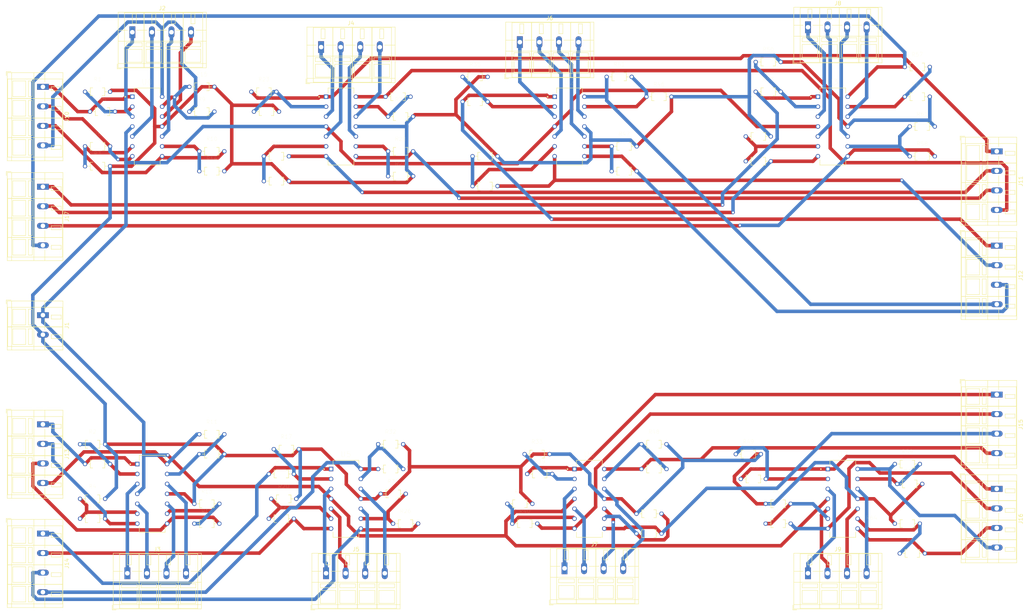
<source format=kicad_pcb>
(kicad_pcb (version 20171130) (host pcbnew "(5.1.5)-3")
  (layers (0 F.Cu signal) (31 B.Cu signal) (34 B.Paste user) (35 F.Paste user) (36 B.SilkS user) (37 F.SilkS user) (38 B.Mask user) (39 F.Mask user) (44 Edge.Cuts user))
  (net 0 "")
  (net 1 "Net-(J10-Pad4)")
  (net 2 "Net-(R15-Pad1)")
  (net 3 "Net-(J2-Pad4)")
  (net 4 "Net-(J1-Pad2)")
  (net 5 "Net-(J2-Pad3)")
  (net 6 "Net-(R10-Pad1)")
  (net 7 "Net-(J10-Pad3)")
  (net 8 "Net-(J10-Pad2)")
  (net 9 "Net-(R3-Pad1)")
  (net 10 "Net-(J2-Pad2)")
  (net 11 "Net-(J1-Pad1)")
  (net 12 "Net-(J2-Pad1)")
  (net 13 "Net-(R1-Pad1)")
  (net 14 "Net-(J10-Pad1)")
  (net 15 "Net-(J11-Pad4)")
  (net 16 "Net-(R27-Pad2)")
  (net 17 "Net-(J4-Pad4)")
  (net 18 "Net-(J4-Pad3)")
  (net 19 "Net-(R28-Pad1)")
  (net 20 "Net-(J11-Pad3)")
  (net 21 "Net-(J11-Pad2)")
  (net 22 "Net-(R18-Pad1)")
  (net 23 "Net-(J4-Pad2)")
  (net 24 "Net-(J4-Pad1)")
  (net 25 "Net-(R19-Pad1)")
  (net 26 "Net-(J11-Pad1)")
  (net 27 "Net-(J12-Pad4)")
  (net 28 "Net-(R41-Pad2)")
  (net 29 "Net-(J6-Pad4)")
  (net 30 "Net-(J6-Pad3)")
  (net 31 "Net-(R42-Pad1)")
  (net 32 "Net-(J12-Pad3)")
  (net 33 "Net-(J12-Pad2)")
  (net 34 "Net-(R34-Pad1)")
  (net 35 "Net-(J6-Pad2)")
  (net 36 "Net-(J6-Pad1)")
  (net 37 "Net-(R35-Pad1)")
  (net 38 "Net-(J12-Pad1)")
  (net 39 "Net-(J17-Pad4)")
  (net 40 "Net-(R57-Pad2)")
  (net 41 "Net-(J8-Pad4)")
  (net 42 "Net-(J8-Pad3)")
  (net 43 "Net-(R58-Pad1)")
  (net 44 "Net-(J17-Pad3)")
  (net 45 "Net-(J17-Pad2)")
  (net 46 "Net-(R52-Pad1)")
  (net 47 "Net-(J8-Pad2)")
  (net 48 "Net-(J8-Pad1)")
  (net 49 "Net-(R50-Pad1)")
  (net 50 "Net-(J17-Pad1)")
  (net 51 "Net-(J13-Pad4)")
  (net 52 "Net-(R11-Pad2)")
  (net 53 "Net-(J3-Pad4)")
  (net 54 "Net-(J3-Pad3)")
  (net 55 "Net-(R12-Pad1)")
  (net 56 "Net-(J13-Pad3)")
  (net 57 "Net-(J13-Pad2)")
  (net 58 "Net-(R4-Pad1)")
  (net 59 "Net-(J3-Pad2)")
  (net 60 "Net-(J3-Pad1)")
  (net 61 "Net-(R2-Pad1)")
  (net 62 "Net-(J13-Pad1)")
  (net 63 "Net-(J14-Pad4)")
  (net 64 "Net-(R25-Pad2)")
  (net 65 "Net-(J5-Pad4)")
  (net 66 "Net-(J5-Pad3)")
  (net 67 "Net-(R26-Pad1)")
  (net 68 "Net-(J14-Pad3)")
  (net 69 "Net-(J14-Pad2)")
  (net 70 "Net-(R20-Pad1)")
  (net 71 "Net-(J5-Pad2)")
  (net 72 "Net-(J5-Pad1)")
  (net 73 "Net-(R17-Pad1)")
  (net 74 "Net-(J14-Pad1)")
  (net 75 "Net-(J15-Pad4)")
  (net 76 "Net-(R43-Pad2)")
  (net 77 "Net-(J7-Pad4)")
  (net 78 "Net-(J7-Pad3)")
  (net 79 "Net-(R44-Pad1)")
  (net 80 "Net-(J15-Pad3)")
  (net 81 "Net-(J15-Pad2)")
  (net 82 "Net-(R36-Pad1)")
  (net 83 "Net-(J7-Pad2)")
  (net 84 "Net-(J7-Pad1)")
  (net 85 "Net-(R33-Pad1)")
  (net 86 "Net-(J15-Pad1)")
  (net 87 "Net-(J16-Pad4)")
  (net 88 "Net-(R59-Pad2)")
  (net 89 "Net-(J9-Pad4)")
  (net 90 "Net-(J9-Pad3)")
  (net 91 "Net-(R60-Pad1)")
  (net 92 "Net-(J16-Pad3)")
  (net 93 "Net-(J16-Pad2)")
  (net 94 "Net-(R51-Pad2)")
  (net 95 "Net-(J9-Pad2)")
  (net 96 "Net-(J9-Pad1)")
  (net 97 "Net-(R49-Pad1)")
  (net 98 "Net-(J16-Pad1)")
  (module TerminalBlock_WAGO:TerminalBlock_WAGO_236-104_1x04_P5.00mm_45Degree (layer F.Cu) (at 33.02 70.01 270)
    (fp_text reference J17 (at 7.65 -6.12 90) (layer F.SilkS))
    (fp_text value Screw_Terminal_01x04)
    (pad 4 thru_hole oval (at 15 0 270) (size 1.5 3) (drill 1.15) (layers *.Cu *.Mask) (net 39 "Net-(J17-Pad4)"))
    (pad 3 thru_hole oval (at 10 0 270) (size 1.5 3) (drill 1.15) (layers *.Cu *.Mask) (net 44 "Net-(J17-Pad3)"))
    (pad 2 thru_hole oval (at 5 0 270) (size 1.5 3) (drill 1.15) (layers *.Cu *.Mask) (net 45 "Net-(J17-Pad2)"))
    (pad 1 thru_hole rect (at 0 0 270) (size 1.5 3) (drill 1.15) (layers *.Cu *.Mask) (net 50 "Net-(J17-Pad1)"))
  )
  (module TerminalBlock_WAGO:TerminalBlock_WAGO_236-104_1x04_P5.00mm_45Degree (layer F.Cu) (at 276.86 147.32 270)
    (fp_text reference J16 (at 7.65 -6.12 90) (layer F.SilkS))
    (fp_text value Screw_Terminal_01x04)
    (pad 4 thru_hole oval (at 15 0 270) (size 1.5 3) (drill 1.15) (layers *.Cu *.Mask) (net 87 "Net-(J16-Pad4)"))
    (pad 3 thru_hole oval (at 10 0 270) (size 1.5 3) (drill 1.15) (layers *.Cu *.Mask) (net 92 "Net-(J16-Pad3)"))
    (pad 2 thru_hole oval (at 5 0 270) (size 1.5 3) (drill 1.15) (layers *.Cu *.Mask) (net 93 "Net-(J16-Pad2)"))
    (pad 1 thru_hole rect (at 0 0 270) (size 1.5 3) (drill 1.15) (layers *.Cu *.Mask) (net 98 "Net-(J16-Pad1)"))
  )
  (module TerminalBlock_WAGO:TerminalBlock_WAGO_236-104_1x04_P5.00mm_45Degree (layer F.Cu) (at 276.86 123.19 270)
    (fp_text reference J15 (at 7.65 -6.12 90) (layer F.SilkS))
    (fp_text value Screw_Terminal_01x04)
    (pad 4 thru_hole oval (at 15 0 270) (size 1.5 3) (drill 1.15) (layers *.Cu *.Mask) (net 75 "Net-(J15-Pad4)"))
    (pad 3 thru_hole oval (at 10 0 270) (size 1.5 3) (drill 1.15) (layers *.Cu *.Mask) (net 80 "Net-(J15-Pad3)"))
    (pad 2 thru_hole oval (at 5 0 270) (size 1.5 3) (drill 1.15) (layers *.Cu *.Mask) (net 81 "Net-(J15-Pad2)"))
    (pad 1 thru_hole rect (at 0 0 270) (size 1.5 3) (drill 1.15) (layers *.Cu *.Mask) (net 86 "Net-(J15-Pad1)"))
  )
  (module TerminalBlock_WAGO:TerminalBlock_WAGO_236-104_1x04_P5.00mm_45Degree (layer F.Cu) (at 33.02 158.75 270)
    (fp_text reference J14 (at 7.65 -6.12 90) (layer F.SilkS))
    (fp_text value Screw_Terminal_01x04)
    (pad 4 thru_hole oval (at 15 0 270) (size 1.5 3) (drill 1.15) (layers *.Cu *.Mask) (net 63 "Net-(J14-Pad4)"))
    (pad 3 thru_hole oval (at 10 0 270) (size 1.5 3) (drill 1.15) (layers *.Cu *.Mask) (net 68 "Net-(J14-Pad3)"))
    (pad 2 thru_hole oval (at 5 0 270) (size 1.5 3) (drill 1.15) (layers *.Cu *.Mask) (net 69 "Net-(J14-Pad2)"))
    (pad 1 thru_hole rect (at 0 0 270) (size 1.5 3) (drill 1.15) (layers *.Cu *.Mask) (net 74 "Net-(J14-Pad1)"))
  )
  (module TerminalBlock_WAGO:TerminalBlock_WAGO_236-104_1x04_P5.00mm_45Degree (layer F.Cu) (at 33.02 130.81 270)
    (fp_text reference J13 (at 7.65 -6.12 90) (layer F.SilkS))
    (fp_text value Screw_Terminal_01x04)
    (pad 4 thru_hole oval (at 15 0 270) (size 1.5 3) (drill 1.15) (layers *.Cu *.Mask) (net 51 "Net-(J13-Pad4)"))
    (pad 3 thru_hole oval (at 10 0 270) (size 1.5 3) (drill 1.15) (layers *.Cu *.Mask) (net 56 "Net-(J13-Pad3)"))
    (pad 2 thru_hole oval (at 5 0 270) (size 1.5 3) (drill 1.15) (layers *.Cu *.Mask) (net 57 "Net-(J13-Pad2)"))
    (pad 1 thru_hole rect (at 0 0 270) (size 1.5 3) (drill 1.15) (layers *.Cu *.Mask) (net 62 "Net-(J13-Pad1)"))
  )
  (module TerminalBlock_WAGO:TerminalBlock_WAGO_236-104_1x04_P5.00mm_45Degree (layer F.Cu) (at 276.86 85.09 270)
    (fp_text reference J12 (at 7.65 -6.12 90) (layer F.SilkS))
    (fp_text value Screw_Terminal_01x04)
    (pad 4 thru_hole oval (at 15 0 270) (size 1.5 3) (drill 1.15) (layers *.Cu *.Mask) (net 27 "Net-(J12-Pad4)"))
    (pad 3 thru_hole oval (at 10 0 270) (size 1.5 3) (drill 1.15) (layers *.Cu *.Mask) (net 32 "Net-(J12-Pad3)"))
    (pad 2 thru_hole oval (at 5 0 270) (size 1.5 3) (drill 1.15) (layers *.Cu *.Mask) (net 33 "Net-(J12-Pad2)"))
    (pad 1 thru_hole rect (at 0 0 270) (size 1.5 3) (drill 1.15) (layers *.Cu *.Mask) (net 38 "Net-(J12-Pad1)"))
  )
  (module TerminalBlock_WAGO:TerminalBlock_WAGO_236-104_1x04_P5.00mm_45Degree (layer F.Cu) (at 276.86 60.96 270)
    (fp_text reference J11 (at 7.65 -6.12 90) (layer F.SilkS))
    (fp_text value Screw_Terminal_01x04)
    (pad 4 thru_hole oval (at 15 0 270) (size 1.5 3) (drill 1.15) (layers *.Cu *.Mask) (net 15 "Net-(J11-Pad4)"))
    (pad 3 thru_hole oval (at 10 0 270) (size 1.5 3) (drill 1.15) (layers *.Cu *.Mask) (net 20 "Net-(J11-Pad3)"))
    (pad 2 thru_hole oval (at 5 0 270) (size 1.5 3) (drill 1.15) (layers *.Cu *.Mask) (net 21 "Net-(J11-Pad2)"))
    (pad 1 thru_hole rect (at 0 0 270) (size 1.5 3) (drill 1.15) (layers *.Cu *.Mask) (net 26 "Net-(J11-Pad1)"))
  )
  (module TerminalBlock_WAGO:TerminalBlock_WAGO_236-104_1x04_P5.00mm_45Degree (layer F.Cu) (at 33.02 44.45 270)
    (fp_text reference J10 (at 7.65 -6.12 90) (layer F.SilkS))
    (fp_text value Screw_Terminal_01x04)
    (pad 4 thru_hole oval (at 15 0 270) (size 1.5 3) (drill 1.15) (layers *.Cu *.Mask) (net 1 "Net-(J10-Pad4)"))
    (pad 3 thru_hole oval (at 10 0 270) (size 1.5 3) (drill 1.15) (layers *.Cu *.Mask) (net 7 "Net-(J10-Pad3)"))
    (pad 2 thru_hole oval (at 5 0 270) (size 1.5 3) (drill 1.15) (layers *.Cu *.Mask) (net 8 "Net-(J10-Pad2)"))
    (pad 1 thru_hole rect (at 0 0 270) (size 1.5 3) (drill 1.15) (layers *.Cu *.Mask) (net 14 "Net-(J10-Pad1)"))
  )
  (module TerminalBlock_WAGO:TerminalBlock_WAGO_236-104_1x04_P5.00mm_45Degree (layer F.Cu) (at 228.6 168.91)
    (fp_text reference J9 (at 7.65 -6.12) (layer F.SilkS))
    (fp_text value Screw_Terminal_01x04)
    (pad 4 thru_hole oval (at 15 0) (size 1.5 3) (drill 1.15) (layers *.Cu *.Mask) (net 89 "Net-(J9-Pad4)"))
    (pad 3 thru_hole oval (at 10 0) (size 1.5 3) (drill 1.15) (layers *.Cu *.Mask) (net 90 "Net-(J9-Pad3)"))
    (pad 2 thru_hole oval (at 5 0) (size 1.5 3) (drill 1.15) (layers *.Cu *.Mask) (net 95 "Net-(J9-Pad2)"))
    (pad 1 thru_hole rect (at 0 0) (size 1.5 3) (drill 1.15) (layers *.Cu *.Mask) (net 96 "Net-(J9-Pad1)"))
  )
  (module TerminalBlock_WAGO:TerminalBlock_WAGO_236-104_1x04_P5.00mm_45Degree (layer F.Cu) (at 228.6 29.21)
    (fp_text reference J8 (at 7.65 -6.12) (layer F.SilkS))
    (fp_text value Screw_Terminal_01x04)
    (pad 4 thru_hole oval (at 15 0) (size 1.5 3) (drill 1.15) (layers *.Cu *.Mask) (net 41 "Net-(J8-Pad4)"))
    (pad 3 thru_hole oval (at 10 0) (size 1.5 3) (drill 1.15) (layers *.Cu *.Mask) (net 42 "Net-(J8-Pad3)"))
    (pad 2 thru_hole oval (at 5 0) (size 1.5 3) (drill 1.15) (layers *.Cu *.Mask) (net 47 "Net-(J8-Pad2)"))
    (pad 1 thru_hole rect (at 0 0) (size 1.5 3) (drill 1.15) (layers *.Cu *.Mask) (net 48 "Net-(J8-Pad1)"))
  )
  (module TerminalBlock_WAGO:TerminalBlock_WAGO_236-104_1x04_P5.00mm_45Degree (layer F.Cu) (at 166.37 167.64)
    (fp_text reference J7 (at 7.65 -6.12) (layer F.SilkS))
    (fp_text value Screw_Terminal_01x04)
    (pad 4 thru_hole oval (at 15 0) (size 1.5 3) (drill 1.15) (layers *.Cu *.Mask) (net 77 "Net-(J7-Pad4)"))
    (pad 3 thru_hole oval (at 10 0) (size 1.5 3) (drill 1.15) (layers *.Cu *.Mask) (net 78 "Net-(J7-Pad3)"))
    (pad 2 thru_hole oval (at 5 0) (size 1.5 3) (drill 1.15) (layers *.Cu *.Mask) (net 83 "Net-(J7-Pad2)"))
    (pad 1 thru_hole rect (at 0 0) (size 1.5 3) (drill 1.15) (layers *.Cu *.Mask) (net 84 "Net-(J7-Pad1)"))
  )
  (module TerminalBlock_WAGO:TerminalBlock_WAGO_236-104_1x04_P5.00mm_45Degree (layer F.Cu) (at 154.94 33.02)
    (fp_text reference J6 (at 7.65 -6.12) (layer F.SilkS))
    (fp_text value Screw_Terminal_01x04)
    (pad 4 thru_hole oval (at 15 0) (size 1.5 3) (drill 1.15) (layers *.Cu *.Mask) (net 29 "Net-(J6-Pad4)"))
    (pad 3 thru_hole oval (at 10 0) (size 1.5 3) (drill 1.15) (layers *.Cu *.Mask) (net 30 "Net-(J6-Pad3)"))
    (pad 2 thru_hole oval (at 5 0) (size 1.5 3) (drill 1.15) (layers *.Cu *.Mask) (net 35 "Net-(J6-Pad2)"))
    (pad 1 thru_hole rect (at 0 0) (size 1.5 3) (drill 1.15) (layers *.Cu *.Mask) (net 36 "Net-(J6-Pad1)"))
  )
  (module TerminalBlock_WAGO:TerminalBlock_WAGO_236-104_1x04_P5.00mm_45Degree (layer F.Cu) (at 105.41 168.91)
    (fp_text reference J5 (at 7.65 -6.12) (layer F.SilkS))
    (fp_text value Screw_Terminal_01x04)
    (pad 4 thru_hole oval (at 15 0) (size 1.5 3) (drill 1.15) (layers *.Cu *.Mask) (net 65 "Net-(J5-Pad4)"))
    (pad 3 thru_hole oval (at 10 0) (size 1.5 3) (drill 1.15) (layers *.Cu *.Mask) (net 66 "Net-(J5-Pad3)"))
    (pad 2 thru_hole oval (at 5 0) (size 1.5 3) (drill 1.15) (layers *.Cu *.Mask) (net 71 "Net-(J5-Pad2)"))
    (pad 1 thru_hole rect (at 0 0) (size 1.5 3) (drill 1.15) (layers *.Cu *.Mask) (net 72 "Net-(J5-Pad1)"))
  )
  (module TerminalBlock_WAGO:TerminalBlock_WAGO_236-104_1x04_P5.00mm_45Degree (layer F.Cu) (at 104.14 34.29)
    (fp_text reference J4 (at 7.65 -6.12) (layer F.SilkS))
    (fp_text value Screw_Terminal_01x04)
    (pad 4 thru_hole oval (at 15 0) (size 1.5 3) (drill 1.15) (layers *.Cu *.Mask) (net 17 "Net-(J4-Pad4)"))
    (pad 3 thru_hole oval (at 10 0) (size 1.5 3) (drill 1.15) (layers *.Cu *.Mask) (net 18 "Net-(J4-Pad3)"))
    (pad 2 thru_hole oval (at 5 0) (size 1.5 3) (drill 1.15) (layers *.Cu *.Mask) (net 23 "Net-(J4-Pad2)"))
    (pad 1 thru_hole rect (at 0 0) (size 1.5 3) (drill 1.15) (layers *.Cu *.Mask) (net 24 "Net-(J4-Pad1)"))
  )
  (module TerminalBlock_WAGO:TerminalBlock_WAGO_236-104_1x04_P5.00mm_45Degree (layer F.Cu) (at 54.61 168.91)
    (fp_text reference J3 (at 7.65 -6.12) (layer F.SilkS))
    (fp_text value Screw_Terminal_01x04)
    (pad 4 thru_hole oval (at 15 0) (size 1.5 3) (drill 1.15) (layers *.Cu *.Mask) (net 53 "Net-(J3-Pad4)"))
    (pad 3 thru_hole oval (at 10 0) (size 1.5 3) (drill 1.15) (layers *.Cu *.Mask) (net 54 "Net-(J3-Pad3)"))
    (pad 2 thru_hole oval (at 5 0) (size 1.5 3) (drill 1.15) (layers *.Cu *.Mask) (net 59 "Net-(J3-Pad2)"))
    (pad 1 thru_hole rect (at 0 0) (size 1.5 3) (drill 1.15) (layers *.Cu *.Mask) (net 60 "Net-(J3-Pad1)"))
  )
  (module TerminalBlock_WAGO:TerminalBlock_WAGO_236-104_1x04_P5.00mm_45Degree (layer F.Cu) (at 55.88 30.48)
    (fp_text reference J2 (at 7.65 -6.12) (layer F.SilkS))
    (fp_text value Screw_Terminal_01x04)
    (pad 4 thru_hole oval (at 15 0) (size 1.5 3) (drill 1.15) (layers *.Cu *.Mask) (net 3 "Net-(J2-Pad4)"))
    (pad 3 thru_hole oval (at 10 0) (size 1.5 3) (drill 1.15) (layers *.Cu *.Mask) (net 5 "Net-(J2-Pad3)"))
    (pad 2 thru_hole oval (at 5 0) (size 1.5 3) (drill 1.15) (layers *.Cu *.Mask) (net 10 "Net-(J2-Pad2)"))
    (pad 1 thru_hole rect (at 0 0) (size 1.5 3) (drill 1.15) (layers *.Cu *.Mask) (net 12 "Net-(J2-Pad1)"))
  )
  (module TerminalBlock_WAGO:TerminalBlock_WAGO_236-102_1x02_P5.00mm_45Degree (layer F.Cu) (at 33.02 102.87 270)
    (fp_text reference J1 (at 2.65 -6.12 90) (layer F.SilkS))
    (fp_text value Screw_Terminal_01x02)
    (pad 2 thru_hole oval (at 5 0 270) (size 1.5 3) (drill 1.15) (layers *.Cu *.Mask) (net 4 "Net-(J1-Pad2)"))
    (pad 1 thru_hole rect (at 0 0 270) (size 1.5 3) (drill 1.15) (layers *.Cu *.Mask) (net 11 "Net-(J1-Pad1)"))
  )
  (module Resistor_ThroughHole:RESAD640W45L370D200 (layer F.Cu) (at 254 156.21)
    (fp_text reference R64 (at -9.14 -1.49) (layer F.SilkS) (effects (font (size 1.003173 1.003173) (thickness 0.015))))
    (fp_text value R_Small_US)
    (pad 2 thru_hole circle (at 3.2 0) (size 1.1 1.1) (drill 0.7) (layers *.Cu *.Mask) (net 91 "Net-(R60-Pad1)"))
    (pad 1 thru_hole circle (at -3.2 0) (size 1.1 1.1) (drill 0.7) (layers *.Cu *.Mask) (net 4 "Net-(J1-Pad2)"))
  )
  (module Resistor_ThroughHole:RESAD640W45L370D200 (layer F.Cu) (at 254.61 146.05)
    (fp_text reference R63 (at 0 -3.185085) (layer F.SilkS) (effects (font (size 1.003173 1.003173) (thickness 0.015))))
    (fp_text value R_Small_US)
    (pad 2 thru_hole circle (at 3.2 0) (size 1.1 1.1) (drill 0.7) (layers *.Cu *.Mask) (net 4 "Net-(J1-Pad2)"))
    (pad 1 thru_hole circle (at -3.2 0) (size 1.1 1.1) (drill 0.7) (layers *.Cu *.Mask) (net 88 "Net-(R59-Pad2)"))
  )
  (module Resistor_ThroughHole:RESAD640W45L370D200 (layer F.Cu) (at 256.54 46.99)
    (fp_text reference R62 (at 0 -3.185085) (layer F.SilkS) (effects (font (size 1.003173 1.003173) (thickness 0.015))))
    (fp_text value R_Small_US)
    (pad 2 thru_hole circle (at 3.2 0) (size 1.1 1.1) (drill 0.7) (layers *.Cu *.Mask) (net 4 "Net-(J1-Pad2)"))
    (pad 1 thru_hole circle (at -3.2 0) (size 1.1 1.1) (drill 0.7) (layers *.Cu *.Mask) (net 40 "Net-(R57-Pad2)"))
  )
  (module Resistor_ThroughHole:RESAD640W45L370D200 (layer F.Cu) (at 257.81 54.61)
    (fp_text reference R61 (at 0 -3.185085) (layer F.SilkS) (effects (font (size 1.003173 1.003173) (thickness 0.015))))
    (fp_text value R_Small_US)
    (pad 2 thru_hole circle (at 3.2 0) (size 1.1 1.1) (drill 0.7) (layers *.Cu *.Mask) (net 4 "Net-(J1-Pad2)"))
    (pad 1 thru_hole circle (at -3.2 0) (size 1.1 1.1) (drill 0.7) (layers *.Cu *.Mask) (net 43 "Net-(R58-Pad1)"))
  )
  (module Resistor_ThroughHole:RESAD640W45L370D200 (layer F.Cu) (at 255.27 163.83)
    (fp_text reference R60 (at 0 -3.185085) (layer F.SilkS) (effects (font (size 1.003173 1.003173) (thickness 0.015))))
    (fp_text value R_Small_US)
    (pad 2 thru_hole circle (at 3.2 0) (size 1.1 1.1) (drill 0.7) (layers *.Cu *.Mask) (net 92 "Net-(J16-Pad3)"))
    (pad 1 thru_hole circle (at -3.2 0) (size 1.1 1.1) (drill 0.7) (layers *.Cu *.Mask) (net 91 "Net-(R60-Pad1)"))
  )
  (module Resistor_ThroughHole:RESAD640W45L370D200 (layer F.Cu) (at 254 140.97)
    (fp_text reference R59 (at 0 -3.185085) (layer F.SilkS) (effects (font (size 1.003173 1.003173) (thickness 0.015))))
    (fp_text value R_Small_US)
    (pad 2 thru_hole circle (at 3.2 0) (size 1.1 1.1) (drill 0.7) (layers *.Cu *.Mask) (net 88 "Net-(R59-Pad2)"))
    (pad 1 thru_hole circle (at -3.2 0) (size 1.1 1.1) (drill 0.7) (layers *.Cu *.Mask) (net 87 "Net-(J16-Pad4)"))
  )
  (module Resistor_ThroughHole:RESAD640W45L370D200 (layer F.Cu) (at 257.81 62.23)
    (fp_text reference R58 (at 0 -3.185085) (layer F.SilkS) (effects (font (size 1.003173 1.003173) (thickness 0.015))))
    (fp_text value R_Small_US)
    (pad 2 thru_hole circle (at 3.2 0) (size 1.1 1.1) (drill 0.7) (layers *.Cu *.Mask) (net 44 "Net-(J17-Pad3)"))
    (pad 1 thru_hole circle (at -3.2 0) (size 1.1 1.1) (drill 0.7) (layers *.Cu *.Mask) (net 43 "Net-(R58-Pad1)"))
  )
  (module Resistor_ThroughHole:RESAD640W45L370D200 (layer F.Cu) (at 256.54 39.37)
    (fp_text reference R57 (at 0 -3.185085) (layer F.SilkS) (effects (font (size 1.003173 1.003173) (thickness 0.015))))
    (fp_text value R_Small_US)
    (pad 2 thru_hole circle (at 3.2 0) (size 1.1 1.1) (drill 0.7) (layers *.Cu *.Mask) (net 40 "Net-(R57-Pad2)"))
    (pad 1 thru_hole circle (at -3.2 0) (size 1.1 1.1) (drill 0.7) (layers *.Cu *.Mask) (net 39 "Net-(J17-Pad4)"))
  )
  (module Resistor_ThroughHole:RESAD640W45L370D200 (layer F.Cu) (at 220.98 156.21)
    (fp_text reference R56 (at 0 -3.185085) (layer F.SilkS) (effects (font (size 1.003173 1.003173) (thickness 0.015))))
    (fp_text value R_Small_US)
    (pad 2 thru_hole circle (at 3.2 0) (size 1.1 1.1) (drill 0.7) (layers *.Cu *.Mask) (net 93 "Net-(J16-Pad2)"))
    (pad 1 thru_hole circle (at -3.2 0) (size 1.1 1.1) (drill 0.7) (layers *.Cu *.Mask) (net 94 "Net-(R51-Pad2)"))
  )
  (module Resistor_ThroughHole:RESAD640W45L370D200 (layer F.Cu) (at 214.63 144.78)
    (fp_text reference R55 (at 0 -3.185085) (layer F.SilkS) (effects (font (size 1.003173 1.003173) (thickness 0.015))))
    (fp_text value R_Small_US)
    (pad 2 thru_hole circle (at 3.2 0) (size 1.1 1.1) (drill 0.7) (layers *.Cu *.Mask) (net 97 "Net-(R49-Pad1)"))
    (pad 1 thru_hole circle (at -3.2 0) (size 1.1 1.1) (drill 0.7) (layers *.Cu *.Mask) (net 98 "Net-(J16-Pad1)"))
  )
  (module Resistor_ThroughHole:RESAD640W45L370D200 (layer F.Cu) (at 215.9 63.5)
    (fp_text reference R54 (at 3.99 -15.72) (layer F.SilkS) (effects (font (size 1.003173 1.003173) (thickness 0.015))))
    (fp_text value R_Small_US)
    (pad 2 thru_hole circle (at 3.2 0) (size 1.1 1.1) (drill 0.7) (layers *.Cu *.Mask) (net 45 "Net-(J17-Pad2)"))
    (pad 1 thru_hole circle (at -3.2 0) (size 1.1 1.1) (drill 0.7) (layers *.Cu *.Mask) (net 46 "Net-(R52-Pad1)"))
  )
  (module Resistor_ThroughHole:RESAD640W45L370D200 (layer F.Cu) (at 218.44 45.72)
    (fp_text reference R53 (at 0 -3.185085) (layer F.SilkS) (effects (font (size 1.003173 1.003173) (thickness 0.015))))
    (fp_text value R_Small_US)
    (pad 2 thru_hole circle (at 3.2 0) (size 1.1 1.1) (drill 0.7) (layers *.Cu *.Mask) (net 49 "Net-(R50-Pad1)"))
    (pad 1 thru_hole circle (at -3.2 0) (size 1.1 1.1) (drill 0.7) (layers *.Cu *.Mask) (net 50 "Net-(J17-Pad1)"))
  )
  (module Resistor_ThroughHole:RESAD640W45L370D200 (layer F.Cu) (at 215.9 57.15)
    (fp_text reference R52 (at 0 -3.185085) (layer F.SilkS) (effects (font (size 1.003173 1.003173) (thickness 0.015))))
    (fp_text value R_Small_US)
    (pad 2 thru_hole circle (at 3.2 0) (size 1.1 1.1) (drill 0.7) (layers *.Cu *.Mask) (net 4 "Net-(J1-Pad2)"))
    (pad 1 thru_hole circle (at -3.2 0) (size 1.1 1.1) (drill 0.7) (layers *.Cu *.Mask) (net 46 "Net-(R52-Pad1)"))
  )
  (module Resistor_ThroughHole:RESAD640W45L370D200 (layer F.Cu) (at 220.98 151.13)
    (fp_text reference R51 (at 0 -3.185085) (layer F.SilkS) (effects (font (size 1.003173 1.003173) (thickness 0.015))))
    (fp_text value R_Small_US)
    (pad 2 thru_hole circle (at 3.2 0) (size 1.1 1.1) (drill 0.7) (layers *.Cu *.Mask) (net 94 "Net-(R51-Pad2)"))
    (pad 1 thru_hole circle (at -3.2 0) (size 1.1 1.1) (drill 0.7) (layers *.Cu *.Mask) (net 4 "Net-(J1-Pad2)"))
  )
  (module Resistor_ThroughHole:RESAD640W45L370D200 (layer F.Cu) (at 218.44 38.1)
    (fp_text reference R50 (at 0 -3.185085) (layer F.SilkS) (effects (font (size 1.003173 1.003173) (thickness 0.015))))
    (fp_text value R_Small_US)
    (pad 2 thru_hole circle (at 3.2 0) (size 1.1 1.1) (drill 0.7) (layers *.Cu *.Mask) (net 4 "Net-(J1-Pad2)"))
    (pad 1 thru_hole circle (at -3.2 0) (size 1.1 1.1) (drill 0.7) (layers *.Cu *.Mask) (net 49 "Net-(R50-Pad1)"))
  )
  (module Resistor_ThroughHole:RESAD640W45L370D200 (layer F.Cu) (at 213.36 138.43)
    (fp_text reference R49 (at 0 -3.185085) (layer F.SilkS) (effects (font (size 1.003173 1.003173) (thickness 0.015))))
    (fp_text value R_Small_US)
    (pad 2 thru_hole circle (at 3.2 0) (size 1.1 1.1) (drill 0.7) (layers *.Cu *.Mask) (net 4 "Net-(J1-Pad2)"))
    (pad 1 thru_hole circle (at -3.2 0) (size 1.1 1.1) (drill 0.7) (layers *.Cu *.Mask) (net 97 "Net-(R49-Pad1)"))
  )
  (module Resistor_ThroughHole:RESAD640W45L370D200 (layer F.Cu) (at 189.23 135.89)
    (fp_text reference R48 (at 0 -3.185085) (layer F.SilkS) (effects (font (size 1.003173 1.003173) (thickness 0.015))))
    (fp_text value R_Small_US)
    (pad 2 thru_hole circle (at 3.2 0) (size 1.1 1.1) (drill 0.7) (layers *.Cu *.Mask) (net 4 "Net-(J1-Pad2)"))
    (pad 1 thru_hole circle (at -3.2 0) (size 1.1 1.1) (drill 0.7) (layers *.Cu *.Mask) (net 76 "Net-(R43-Pad2)"))
  )
  (module Resistor_ThroughHole:RESAD640W45L370D200 (layer F.Cu) (at 181.61 59.69)
    (fp_text reference R47 (at 0 -3.185085) (layer F.SilkS) (effects (font (size 1.003173 1.003173) (thickness 0.015))))
    (fp_text value R_Small_US)
    (pad 2 thru_hole circle (at 3.2 0) (size 1.1 1.1) (drill 0.7) (layers *.Cu *.Mask) (net 4 "Net-(J1-Pad2)"))
    (pad 1 thru_hole circle (at -3.2 0) (size 1.1 1.1) (drill 0.7) (layers *.Cu *.Mask) (net 31 "Net-(R42-Pad1)"))
  )
  (module Resistor_ThroughHole:RESAD640W45L370D200 (layer F.Cu) (at 190.5 46.99)
    (fp_text reference R46 (at 0 -3.185085) (layer F.SilkS) (effects (font (size 1.003173 1.003173) (thickness 0.015))))
    (fp_text value R_Small_US)
    (pad 2 thru_hole circle (at 3.2 0) (size 1.1 1.1) (drill 0.7) (layers *.Cu *.Mask) (net 4 "Net-(J1-Pad2)"))
    (pad 1 thru_hole circle (at -3.2 0) (size 1.1 1.1) (drill 0.7) (layers *.Cu *.Mask) (net 28 "Net-(R41-Pad2)"))
  )
  (module Resistor_ThroughHole:RESAD640W45L370D200 (layer F.Cu) (at 187.96 153.67)
    (fp_text reference R45 (at 0 -3.185085) (layer F.SilkS) (effects (font (size 1.003173 1.003173) (thickness 0.015))))
    (fp_text value R_Small_US)
    (pad 2 thru_hole circle (at 3.2 0) (size 1.1 1.1) (drill 0.7) (layers *.Cu *.Mask) (net 79 "Net-(R44-Pad1)"))
    (pad 1 thru_hole circle (at -3.2 0) (size 1.1 1.1) (drill 0.7) (layers *.Cu *.Mask) (net 4 "Net-(J1-Pad2)"))
  )
  (module Resistor_ThroughHole:RESAD640W45L370D200 (layer F.Cu) (at 187.96 158.75)
    (fp_text reference R44 (at 0 -3.185085) (layer F.SilkS) (effects (font (size 1.003173 1.003173) (thickness 0.015))))
    (fp_text value R_Small_US)
    (pad 2 thru_hole circle (at 3.2 0) (size 1.1 1.1) (drill 0.7) (layers *.Cu *.Mask) (net 80 "Net-(J15-Pad3)"))
    (pad 1 thru_hole circle (at -3.2 0) (size 1.1 1.1) (drill 0.7) (layers *.Cu *.Mask) (net 79 "Net-(R44-Pad1)"))
  )
  (module Resistor_ThroughHole:RESAD640W45L370D200 (layer F.Cu) (at 189.23 142.24)
    (fp_text reference R43 (at 0 -3.185085) (layer F.SilkS) (effects (font (size 1.003173 1.003173) (thickness 0.015))))
    (fp_text value R_Small_US)
    (pad 2 thru_hole circle (at 3.2 0) (size 1.1 1.1) (drill 0.7) (layers *.Cu *.Mask) (net 76 "Net-(R43-Pad2)"))
    (pad 1 thru_hole circle (at -3.2 0) (size 1.1 1.1) (drill 0.7) (layers *.Cu *.Mask) (net 75 "Net-(J15-Pad4)"))
  )
  (module Resistor_ThroughHole:RESAD640W45L370D200 (layer F.Cu) (at 181.61 66.04)
    (fp_text reference R42 (at 0 -3.185085) (layer F.SilkS) (effects (font (size 1.003173 1.003173) (thickness 0.015))))
    (fp_text value R_Small_US)
    (pad 2 thru_hole circle (at 3.2 0) (size 1.1 1.1) (drill 0.7) (layers *.Cu *.Mask) (net 32 "Net-(J12-Pad3)"))
    (pad 1 thru_hole circle (at -3.2 0) (size 1.1 1.1) (drill 0.7) (layers *.Cu *.Mask) (net 31 "Net-(R42-Pad1)"))
  )
  (module Resistor_ThroughHole:RESAD640W45L370D200 (layer F.Cu) (at 180.34 41.91)
    (fp_text reference R41 (at 0 -3.185085) (layer F.SilkS) (effects (font (size 1.003173 1.003173) (thickness 0.015))))
    (fp_text value R_Small_US)
    (pad 2 thru_hole circle (at 3.2 0) (size 1.1 1.1) (drill 0.7) (layers *.Cu *.Mask) (net 28 "Net-(R41-Pad2)"))
    (pad 1 thru_hole circle (at -3.2 0) (size 1.1 1.1) (drill 0.7) (layers *.Cu *.Mask) (net 27 "Net-(J12-Pad4)"))
  )
  (module Resistor_ThroughHole:RESAD640W45L370D200 (layer F.Cu) (at 156.21 156.21)
    (fp_text reference R40 (at 0 -3.185085) (layer F.SilkS) (effects (font (size 1.003173 1.003173) (thickness 0.015))))
    (fp_text value R_Small_US)
    (pad 2 thru_hole circle (at 3.2 0) (size 1.1 1.1) (drill 0.7) (layers *.Cu *.Mask) (net 81 "Net-(J15-Pad2)"))
    (pad 1 thru_hole circle (at -3.2 0) (size 1.1 1.1) (drill 0.7) (layers *.Cu *.Mask) (net 82 "Net-(R36-Pad1)"))
  )
  (module Resistor_ThroughHole:RESAD640W45L370D200 (layer F.Cu) (at 160.02 143.51)
    (fp_text reference R39 (at 0 -3.185085) (layer F.SilkS) (effects (font (size 1.003173 1.003173) (thickness 0.015))))
    (fp_text value R_Small_US)
    (pad 2 thru_hole circle (at 3.2 0) (size 1.1 1.1) (drill 0.7) (layers *.Cu *.Mask) (net 85 "Net-(R33-Pad1)"))
    (pad 1 thru_hole circle (at -3.2 0) (size 1.1 1.1) (drill 0.7) (layers *.Cu *.Mask) (net 86 "Net-(J15-Pad1)"))
  )
  (module Resistor_ThroughHole:RESAD640W45L370D200 (layer F.Cu) (at 146.05 69.85)
    (fp_text reference R38 (at 0 -3.185085) (layer F.SilkS) (effects (font (size 1.003173 1.003173) (thickness 0.015))))
    (fp_text value R_Small_US)
    (pad 2 thru_hole circle (at 3.2 0) (size 1.1 1.1) (drill 0.7) (layers *.Cu *.Mask) (net 33 "Net-(J12-Pad2)"))
    (pad 1 thru_hole circle (at -3.2 0) (size 1.1 1.1) (drill 0.7) (layers *.Cu *.Mask) (net 34 "Net-(R34-Pad1)"))
  )
  (module Resistor_ThroughHole:RESAD640W45L370D200 (layer F.Cu) (at 143.51 48.26)
    (fp_text reference R37 (at 0 -3.185085) (layer F.SilkS) (effects (font (size 1.003173 1.003173) (thickness 0.015))))
    (fp_text value R_Small_US)
    (pad 2 thru_hole circle (at 3.2 0) (size 1.1 1.1) (drill 0.7) (layers *.Cu *.Mask) (net 37 "Net-(R35-Pad1)"))
    (pad 1 thru_hole circle (at -3.2 0) (size 1.1 1.1) (drill 0.7) (layers *.Cu *.Mask) (net 38 "Net-(J12-Pad1)"))
  )
  (module Resistor_ThroughHole:RESAD640W45L370D200 (layer F.Cu) (at 154.94 151.13)
    (fp_text reference R36 (at 0 -3.185085) (layer F.SilkS) (effects (font (size 1.003173 1.003173) (thickness 0.015))))
    (fp_text value R_Small_US)
    (pad 2 thru_hole circle (at 3.2 0) (size 1.1 1.1) (drill 0.7) (layers *.Cu *.Mask) (net 4 "Net-(J1-Pad2)"))
    (pad 1 thru_hole circle (at -3.2 0) (size 1.1 1.1) (drill 0.7) (layers *.Cu *.Mask) (net 82 "Net-(R36-Pad1)"))
  )
  (module Resistor_ThroughHole:RESAD640W45L370D200 (layer F.Cu) (at 143.51 41.91)
    (fp_text reference R35 (at 0 -3.185085) (layer F.SilkS) (effects (font (size 1.003173 1.003173) (thickness 0.015))))
    (fp_text value R_Small_US)
    (pad 2 thru_hole circle (at 3.2 0) (size 1.1 1.1) (drill 0.7) (layers *.Cu *.Mask) (net 4 "Net-(J1-Pad2)"))
    (pad 1 thru_hole circle (at -3.2 0) (size 1.1 1.1) (drill 0.7) (layers *.Cu *.Mask) (net 37 "Net-(R35-Pad1)"))
  )
  (module Resistor_ThroughHole:RESAD640W45L370D200 (layer F.Cu) (at 146.05 62.23)
    (fp_text reference R34 (at 0 -3.185085) (layer F.SilkS) (effects (font (size 1.003173 1.003173) (thickness 0.015))))
    (fp_text value R_Small_US)
    (pad 2 thru_hole circle (at 3.2 0) (size 1.1 1.1) (drill 0.7) (layers *.Cu *.Mask) (net 4 "Net-(J1-Pad2)"))
    (pad 1 thru_hole circle (at -3.2 0) (size 1.1 1.1) (drill 0.7) (layers *.Cu *.Mask) (net 34 "Net-(R34-Pad1)"))
  )
  (module Resistor_ThroughHole:RESAD640W45L370D200 (layer F.Cu) (at 159.36 138.43)
    (fp_text reference R33 (at 0 -3.185085) (layer F.SilkS) (effects (font (size 1.003173 1.003173) (thickness 0.015))))
    (fp_text value R_Small_US)
    (pad 2 thru_hole circle (at 3.2 0) (size 1.1 1.1) (drill 0.7) (layers *.Cu *.Mask) (net 4 "Net-(J1-Pad2)"))
    (pad 1 thru_hole circle (at -3.2 0) (size 1.1 1.1) (drill 0.7) (layers *.Cu *.Mask) (net 85 "Net-(R33-Pad1)"))
  )
  (module Resistor_ThroughHole:RESAD640W45L370D200 (layer F.Cu) (at 121.92 135.89)
    (fp_text reference R32 (at 0 -3.185085) (layer F.SilkS) (effects (font (size 1.003173 1.003173) (thickness 0.015))))
    (fp_text value R_Small_US)
    (pad 2 thru_hole circle (at 3.2 0) (size 1.1 1.1) (drill 0.7) (layers *.Cu *.Mask) (net 4 "Net-(J1-Pad2)"))
    (pad 1 thru_hole circle (at -3.2 0) (size 1.1 1.1) (drill 0.7) (layers *.Cu *.Mask) (net 64 "Net-(R25-Pad2)"))
  )
  (module Resistor_ThroughHole:RESAD640W45L370D200 (layer F.Cu) (at 122.58 148.59)
    (fp_text reference R31 (at 0 -3.185085) (layer F.SilkS) (effects (font (size 1.003173 1.003173) (thickness 0.015))))
    (fp_text value R_Small_US)
    (pad 2 thru_hole circle (at 3.2 0) (size 1.1 1.1) (drill 0.7) (layers *.Cu *.Mask) (net 67 "Net-(R26-Pad1)"))
    (pad 1 thru_hole circle (at -3.2 0) (size 1.1 1.1) (drill 0.7) (layers *.Cu *.Mask) (net 4 "Net-(J1-Pad2)"))
  )
  (module Resistor_ThroughHole:RESAD640W45L370D200 (layer F.Cu) (at 124.46 52.07)
    (fp_text reference R30 (at 0 -4.45) (layer F.SilkS) (effects (font (size 1.003173 1.003173) (thickness 0.015))))
    (fp_text value R_Small_US)
    (pad 2 thru_hole circle (at 3.2 0) (size 1.1 1.1) (drill 0.7) (layers *.Cu *.Mask) (net 4 "Net-(J1-Pad2)"))
    (pad 1 thru_hole circle (at -3.2 0) (size 1.1 1.1) (drill 0.7) (layers *.Cu *.Mask) (net 16 "Net-(R27-Pad2)"))
  )
  (module Resistor_ThroughHole:RESAD640W45L370D200 (layer F.Cu) (at 124.46 67.31)
    (fp_text reference R29 (at 0 -3.185085) (layer F.SilkS) (effects (font (size 1.003173 1.003173) (thickness 0.015))))
    (fp_text value R_Small_US)
    (pad 2 thru_hole circle (at 3.2 0) (size 1.1 1.1) (drill 0.7) (layers *.Cu *.Mask) (net 4 "Net-(J1-Pad2)"))
    (pad 1 thru_hole circle (at -3.2 0) (size 1.1 1.1) (drill 0.7) (layers *.Cu *.Mask) (net 19 "Net-(R28-Pad1)"))
  )
  (module Resistor_ThroughHole:RESAD640W45L370D200 (layer F.Cu) (at 124.46 60.96)
    (fp_text reference R28 (at 0 -3.185085) (layer F.SilkS) (effects (font (size 1.003173 1.003173) (thickness 0.015))))
    (fp_text value R_Small_US)
    (pad 2 thru_hole circle (at 3.2 0) (size 1.1 1.1) (drill 0.7) (layers *.Cu *.Mask) (net 20 "Net-(J11-Pad3)"))
    (pad 1 thru_hole circle (at -3.2 0) (size 1.1 1.1) (drill 0.7) (layers *.Cu *.Mask) (net 19 "Net-(R28-Pad1)"))
  )
  (module Resistor_ThroughHole:RESAD640W45L370D200 (layer F.Cu) (at 123.8 46.99)
    (fp_text reference R27 (at 0 -3.185085) (layer F.SilkS) (effects (font (size 1.003173 1.003173) (thickness 0.015))))
    (fp_text value R_Small_US)
    (pad 2 thru_hole circle (at 3.2 0) (size 1.1 1.1) (drill 0.7) (layers *.Cu *.Mask) (net 16 "Net-(R27-Pad2)"))
    (pad 1 thru_hole circle (at -3.2 0) (size 1.1 1.1) (drill 0.7) (layers *.Cu *.Mask) (net 15 "Net-(J11-Pad4)"))
  )
  (module Resistor_ThroughHole:RESAD640W45L370D200 (layer F.Cu) (at 125.73 156.21)
    (fp_text reference R26 (at 0 -3.185085) (layer F.SilkS) (effects (font (size 1.003173 1.003173) (thickness 0.015))))
    (fp_text value R_Small_US)
    (pad 2 thru_hole circle (at 3.2 0) (size 1.1 1.1) (drill 0.7) (layers *.Cu *.Mask) (net 68 "Net-(J14-Pad3)"))
    (pad 1 thru_hole circle (at -3.2 0) (size 1.1 1.1) (drill 0.7) (layers *.Cu *.Mask) (net 67 "Net-(R26-Pad1)"))
  )
  (module Resistor_ThroughHole:RESAD640W45L370D200 (layer F.Cu) (at 121.92 142.24)
    (fp_text reference R25 (at 0 -3.185085) (layer F.SilkS) (effects (font (size 1.003173 1.003173) (thickness 0.015))))
    (fp_text value R_Small_US)
    (pad 2 thru_hole circle (at 3.2 0) (size 1.1 1.1) (drill 0.7) (layers *.Cu *.Mask) (net 64 "Net-(R25-Pad2)"))
    (pad 1 thru_hole circle (at -3.2 0) (size 1.1 1.1) (drill 0.7) (layers *.Cu *.Mask) (net 63 "Net-(J14-Pad4)"))
  )
  (module Resistor_ThroughHole:RESAD640W45L370D200 (layer F.Cu) (at 92.71 62.23)
    (fp_text reference R24 (at 0 -3.185085) (layer F.SilkS) (effects (font (size 1.003173 1.003173) (thickness 0.015))))
    (fp_text value R_Small_US)
    (pad 2 thru_hole circle (at 3.2 0) (size 1.1 1.1) (drill 0.7) (layers *.Cu *.Mask) (net 21 "Net-(J11-Pad2)"))
    (pad 1 thru_hole circle (at -3.2 0) (size 1.1 1.1) (drill 0.7) (layers *.Cu *.Mask) (net 22 "Net-(R18-Pad1)"))
  )
  (module Resistor_ThroughHole:RESAD640W45L370D200 (layer F.Cu) (at 89.51 45.72)
    (fp_text reference R23 (at 0 -3.185085) (layer F.SilkS) (effects (font (size 1.003173 1.003173) (thickness 0.015))))
    (fp_text value R_Small_US)
    (pad 2 thru_hole circle (at 3.2 0) (size 1.1 1.1) (drill 0.7) (layers *.Cu *.Mask) (net 25 "Net-(R19-Pad1)"))
    (pad 1 thru_hole circle (at -3.2 0) (size 1.1 1.1) (drill 0.7) (layers *.Cu *.Mask) (net 26 "Net-(J11-Pad1)"))
  )
  (module Resistor_ThroughHole:RESAD640W45L370D200 (layer F.Cu) (at 93.98 154.94)
    (fp_text reference R22 (at 0 -3.185085) (layer F.SilkS) (effects (font (size 1.003173 1.003173) (thickness 0.015))))
    (fp_text value R_Small_US)
    (pad 2 thru_hole circle (at 3.2 0) (size 1.1 1.1) (drill 0.7) (layers *.Cu *.Mask) (net 69 "Net-(J14-Pad2)"))
    (pad 1 thru_hole circle (at -3.2 0) (size 1.1 1.1) (drill 0.7) (layers *.Cu *.Mask) (net 70 "Net-(R20-Pad1)"))
  )
  (module Resistor_ThroughHole:RESAD640W45L370D200 (layer F.Cu) (at 93.98 143.51)
    (fp_text reference R21 (at 0 -3.185085) (layer F.SilkS) (effects (font (size 1.003173 1.003173) (thickness 0.015))))
    (fp_text value R_Small_US)
    (pad 2 thru_hole circle (at 3.2 0) (size 1.1 1.1) (drill 0.7) (layers *.Cu *.Mask) (net 73 "Net-(R17-Pad1)"))
    (pad 1 thru_hole circle (at -3.2 0) (size 1.1 1.1) (drill 0.7) (layers *.Cu *.Mask) (net 74 "Net-(J14-Pad1)"))
  )
  (module Resistor_ThroughHole:RESAD640W45L370D200 (layer F.Cu) (at 94.59 149.86)
    (fp_text reference R20 (at 0 -3.185085) (layer F.SilkS) (effects (font (size 1.003173 1.003173) (thickness 0.015))))
    (fp_text value R_Small_US)
    (pad 2 thru_hole circle (at 3.2 0) (size 1.1 1.1) (drill 0.7) (layers *.Cu *.Mask) (net 4 "Net-(J1-Pad2)"))
    (pad 1 thru_hole circle (at -3.2 0) (size 1.1 1.1) (drill 0.7) (layers *.Cu *.Mask) (net 70 "Net-(R20-Pad1)"))
  )
  (module Resistor_ThroughHole:RESAD640W45L370D200 (layer F.Cu) (at 90.17 50.8)
    (fp_text reference R19 (at 0 -3.185085) (layer F.SilkS) (effects (font (size 1.003173 1.003173) (thickness 0.015))))
    (fp_text value R_Small_US)
    (pad 2 thru_hole circle (at 3.2 0) (size 1.1 1.1) (drill 0.7) (layers *.Cu *.Mask) (net 4 "Net-(J1-Pad2)"))
    (pad 1 thru_hole circle (at -3.2 0) (size 1.1 1.1) (drill 0.7) (layers *.Cu *.Mask) (net 25 "Net-(R19-Pad1)"))
  )
  (module Resistor_ThroughHole:RESAD640W45L370D200 (layer F.Cu) (at 92.71 68.58)
    (fp_text reference R18 (at 0 -3.185085) (layer F.SilkS) (effects (font (size 1.003173 1.003173) (thickness 0.015))))
    (fp_text value R_Small_US)
    (pad 2 thru_hole circle (at 3.2 0) (size 1.1 1.1) (drill 0.7) (layers *.Cu *.Mask) (net 4 "Net-(J1-Pad2)"))
    (pad 1 thru_hole circle (at -3.2 0) (size 1.1 1.1) (drill 0.7) (layers *.Cu *.Mask) (net 22 "Net-(R18-Pad1)"))
  )
  (module Resistor_ThroughHole:RESAD640W45L370D200 (layer F.Cu) (at 95.25 137.16)
    (fp_text reference R17 (at 0 -3.185085) (layer F.SilkS) (effects (font (size 1.003173 1.003173) (thickness 0.015))))
    (fp_text value R_Small_US)
    (pad 2 thru_hole circle (at 3.2 0) (size 1.1 1.1) (drill 0.7) (layers *.Cu *.Mask) (net 4 "Net-(J1-Pad2)"))
    (pad 1 thru_hole circle (at -3.2 0) (size 1.1 1.1) (drill 0.7) (layers *.Cu *.Mask) (net 73 "Net-(R17-Pad1)"))
  )
  (module Resistor_ThroughHole:RESAD640W45L370D200 (layer F.Cu) (at 76.2 138.43)
    (fp_text reference R16 (at 0 -3.185085) (layer F.SilkS) (effects (font (size 1.003173 1.003173) (thickness 0.015))))
    (fp_text value R_Small_US)
    (pad 2 thru_hole circle (at 3.2 0) (size 1.1 1.1) (drill 0.7) (layers *.Cu *.Mask) (net 4 "Net-(J1-Pad2)"))
    (pad 1 thru_hole circle (at -3.2 0) (size 1.1 1.1) (drill 0.7) (layers *.Cu *.Mask) (net 52 "Net-(R11-Pad2)"))
  )
  (module Resistor_ThroughHole:RESAD640W45L370D200 (layer F.Cu) (at 73.66 44.45)
    (fp_text reference R15 (at 0 -3.185085) (layer F.SilkS) (effects (font (size 1.003173 1.003173) (thickness 0.015))))
    (fp_text value R_Small_US)
    (pad 2 thru_hole circle (at 3.2 0) (size 1.1 1.1) (drill 0.7) (layers *.Cu *.Mask) (net 4 "Net-(J1-Pad2)"))
    (pad 1 thru_hole circle (at -3.2 0) (size 1.1 1.1) (drill 0.7) (layers *.Cu *.Mask) (net 2 "Net-(R15-Pad1)"))
  )
  (module Resistor_ThroughHole:RESAD640W45L370D200 (layer F.Cu) (at 76.2 66.04)
    (fp_text reference R14 (at 0 -3.185085) (layer F.SilkS) (effects (font (size 1.003173 1.003173) (thickness 0.015))))
    (fp_text value R_Small_US)
    (pad 2 thru_hole circle (at 3.2 0) (size 1.1 1.1) (drill 0.7) (layers *.Cu *.Mask) (net 4 "Net-(J1-Pad2)"))
    (pad 1 thru_hole circle (at -3.2 0) (size 1.1 1.1) (drill 0.7) (layers *.Cu *.Mask) (net 6 "Net-(R10-Pad1)"))
  )
  (module Resistor_ThroughHole:RESAD640W45L370D200 (layer F.Cu) (at 74.93 151.13)
    (fp_text reference R13 (at 0 -3.185085) (layer F.SilkS) (effects (font (size 1.003173 1.003173) (thickness 0.015))))
    (fp_text value R_Small_US)
    (pad 2 thru_hole circle (at 3.2 0) (size 1.1 1.1) (drill 0.7) (layers *.Cu *.Mask) (net 55 "Net-(R12-Pad1)"))
    (pad 1 thru_hole circle (at -3.2 0) (size 1.1 1.1) (drill 0.7) (layers *.Cu *.Mask) (net 4 "Net-(J1-Pad2)"))
  )
  (module Resistor_ThroughHole:RESAD640W45L370D200 (layer F.Cu) (at 74.93 156.21)
    (fp_text reference R12 (at 0 -3.185085) (layer F.SilkS) (effects (font (size 1.003173 1.003173) (thickness 0.015))))
    (fp_text value R_Small_US)
    (pad 2 thru_hole circle (at 3.2 0) (size 1.1 1.1) (drill 0.7) (layers *.Cu *.Mask) (net 56 "Net-(J13-Pad3)"))
    (pad 1 thru_hole circle (at -3.2 0) (size 1.1 1.1) (drill 0.7) (layers *.Cu *.Mask) (net 55 "Net-(R12-Pad1)"))
  )
  (module Resistor_ThroughHole:RESAD640W45L370D200 (layer F.Cu) (at 76.2 133.35)
    (fp_text reference R11 (at 0 -3.185085) (layer F.SilkS) (effects (font (size 1.003173 1.003173) (thickness 0.015))))
    (fp_text value R_Small_US)
    (pad 2 thru_hole circle (at 3.2 0) (size 1.1 1.1) (drill 0.7) (layers *.Cu *.Mask) (net 52 "Net-(R11-Pad2)"))
    (pad 1 thru_hole circle (at -3.2 0) (size 1.1 1.1) (drill 0.7) (layers *.Cu *.Mask) (net 51 "Net-(J13-Pad4)"))
  )
  (module Resistor_ThroughHole:RESAD640W45L370D200 (layer F.Cu) (at 76.2 60.96)
    (fp_text reference R10 (at 0 -3.185085) (layer F.SilkS) (effects (font (size 1.003173 1.003173) (thickness 0.015))))
    (fp_text value R_Small_US)
    (pad 2 thru_hole circle (at 3.2 0) (size 1.1 1.1) (drill 0.7) (layers *.Cu *.Mask) (net 7 "Net-(J10-Pad3)"))
    (pad 1 thru_hole circle (at -3.2 0) (size 1.1 1.1) (drill 0.7) (layers *.Cu *.Mask) (net 6 "Net-(R10-Pad1)"))
  )
  (module Resistor_ThroughHole:RESAD640W45L370D200 (layer F.Cu) (at 73.66 50.8)
    (fp_text reference R9 (at 0 -3.185085) (layer F.SilkS) (effects (font (size 1.003173 1.003173) (thickness 0.015))))
    (fp_text value R_Small_US)
    (pad 2 thru_hole circle (at 3.2 0) (size 1.1 1.1) (drill 0.7) (layers *.Cu *.Mask) (net 2 "Net-(R15-Pad1)"))
    (pad 1 thru_hole circle (at -3.2 0) (size 1.1 1.1) (drill 0.7) (layers *.Cu *.Mask) (net 1 "Net-(J10-Pad4)"))
  )
  (module Resistor_ThroughHole:RESAD640W45L370D200 (layer F.Cu) (at 45.72 154.94)
    (fp_text reference R8 (at 0 -3.185085) (layer F.SilkS) (effects (font (size 1.003173 1.003173) (thickness 0.015))))
    (fp_text value R_Small_US)
    (pad 2 thru_hole circle (at 3.2 0) (size 1.1 1.1) (drill 0.7) (layers *.Cu *.Mask) (net 57 "Net-(J13-Pad2)"))
    (pad 1 thru_hole circle (at -3.2 0) (size 1.1 1.1) (drill 0.7) (layers *.Cu *.Mask) (net 58 "Net-(R4-Pad1)"))
  )
  (module Resistor_ThroughHole:RESAD640W45L370D200 (layer F.Cu) (at 46.99 140.97)
    (fp_text reference R7 (at 0 -3.185085) (layer F.SilkS) (effects (font (size 1.003173 1.003173) (thickness 0.015))))
    (fp_text value R_Small_US)
    (pad 2 thru_hole circle (at 3.2 0) (size 1.1 1.1) (drill 0.7) (layers *.Cu *.Mask) (net 61 "Net-(R2-Pad1)"))
    (pad 1 thru_hole circle (at -3.2 0) (size 1.1 1.1) (drill 0.7) (layers *.Cu *.Mask) (net 62 "Net-(J13-Pad1)"))
  )
  (module Resistor_ThroughHole:RESAD640W45L370D200 (layer F.Cu) (at 46.99 59.69)
    (fp_text reference R6 (at 0 -3.185085) (layer F.SilkS) (effects (font (size 1.003173 1.003173) (thickness 0.015))))
    (fp_text value R_Small_US)
    (pad 2 thru_hole circle (at 3.2 0) (size 1.1 1.1) (drill 0.7) (layers *.Cu *.Mask) (net 8 "Net-(J10-Pad2)"))
    (pad 1 thru_hole circle (at -3.2 0) (size 1.1 1.1) (drill 0.7) (layers *.Cu *.Mask) (net 9 "Net-(R3-Pad1)"))
  )
  (module Resistor_ThroughHole:RESAD640W45L370D200 (layer F.Cu) (at 48.26 50.8)
    (fp_text reference R5 (at 0 -3.185085) (layer F.SilkS) (effects (font (size 1.003173 1.003173) (thickness 0.015))))
    (fp_text value R_Small_US)
    (pad 2 thru_hole circle (at 3.2 0) (size 1.1 1.1) (drill 0.7) (layers *.Cu *.Mask) (net 13 "Net-(R1-Pad1)"))
    (pad 1 thru_hole circle (at -3.2 0) (size 1.1 1.1) (drill 0.7) (layers *.Cu *.Mask) (net 14 "Net-(J10-Pad1)"))
  )
  (module Resistor_ThroughHole:RESAD640W45L370D200 (layer F.Cu) (at 45.72 149.86)
    (fp_text reference R4 (at 0 -3.185085) (layer F.SilkS) (effects (font (size 1.003173 1.003173) (thickness 0.015))))
    (fp_text value R_Small_US)
    (pad 2 thru_hole circle (at 3.2 0) (size 1.1 1.1) (drill 0.7) (layers *.Cu *.Mask) (net 4 "Net-(J1-Pad2)"))
    (pad 1 thru_hole circle (at -3.2 0) (size 1.1 1.1) (drill 0.7) (layers *.Cu *.Mask) (net 58 "Net-(R4-Pad1)"))
  )
  (module Resistor_ThroughHole:RESAD640W45L370D200 (layer F.Cu) (at 46.99 64.77)
    (fp_text reference R3 (at 0 -3.185085) (layer F.SilkS) (effects (font (size 1.003173 1.003173) (thickness 0.015))))
    (fp_text value R_Small_US)
    (pad 2 thru_hole circle (at 3.2 0) (size 1.1 1.1) (drill 0.7) (layers *.Cu *.Mask) (net 4 "Net-(J1-Pad2)"))
    (pad 1 thru_hole circle (at -3.2 0) (size 1.1 1.1) (drill 0.7) (layers *.Cu *.Mask) (net 9 "Net-(R3-Pad1)"))
  )
  (module Resistor_ThroughHole:RESAD640W45L370D200 (layer F.Cu) (at 45.72 135.89)
    (fp_text reference R2 (at 0 -3.185085) (layer F.SilkS) (effects (font (size 1.003173 1.003173) (thickness 0.015))))
    (fp_text value R_Small_US)
    (pad 2 thru_hole circle (at 3.2 0) (size 1.1 1.1) (drill 0.7) (layers *.Cu *.Mask) (net 4 "Net-(J1-Pad2)"))
    (pad 1 thru_hole circle (at -3.2 0) (size 1.1 1.1) (drill 0.7) (layers *.Cu *.Mask) (net 61 "Net-(R2-Pad1)"))
  )
  (module Resistor_ThroughHole:RESAD640W45L370D200 (layer F.Cu) (at 46.99 45.72)
    (fp_text reference R1 (at 0 -3.185085) (layer F.SilkS) (effects (font (size 1.003173 1.003173) (thickness 0.015))))
    (fp_text value R_Small_US)
    (pad 2 thru_hole circle (at 3.2 0) (size 1.1 1.1) (drill 0.7) (layers *.Cu *.Mask) (net 4 "Net-(J1-Pad2)"))
    (pad 1 thru_hole circle (at -3.2 0) (size 1.1 1.1) (drill 0.7) (layers *.Cu *.Mask) (net 13 "Net-(R1-Pad1)"))
  )
  (module LM324N:DIP762W45P254L1969H508Q14 (layer F.Cu) (at 237.49 149.86)
    (fp_text reference U7 (at -0.055 -11.389) (layer F.SilkS) (effects (font (size 1.4 1.4) (thickness 0.015))))
    (fp_text value LM324N)
    (pad 14 thru_hole circle (at 3.81 -7.62) (size 1.14 1.14) (drill 0.74) (layers *.Cu *.Mask) (net 87 "Net-(J16-Pad4)"))
    (pad 13 thru_hole circle (at 3.81 -5.08) (size 1.14 1.14) (drill 0.74) (layers *.Cu *.Mask) (net 88 "Net-(R59-Pad2)"))
    (pad 12 thru_hole circle (at 3.81 -2.54) (size 1.14 1.14) (drill 0.74) (layers *.Cu *.Mask) (net 89 "Net-(J9-Pad4)"))
    (pad 11 thru_hole circle (at 3.81 0) (size 1.14 1.14) (drill 0.74) (layers *.Cu *.Mask) (net 4 "Net-(J1-Pad2)"))
    (pad 10 thru_hole circle (at 3.81 2.54) (size 1.14 1.14) (drill 0.74) (layers *.Cu *.Mask) (net 90 "Net-(J9-Pad3)"))
    (pad 9 thru_hole circle (at 3.81 5.08) (size 1.14 1.14) (drill 0.74) (layers *.Cu *.Mask) (net 91 "Net-(R60-Pad1)"))
    (pad 8 thru_hole circle (at 3.81 7.62) (size 1.14 1.14) (drill 0.74) (layers *.Cu *.Mask) (net 92 "Net-(J16-Pad3)"))
    (pad 7 thru_hole circle (at -3.81 7.62) (size 1.14 1.14) (drill 0.74) (layers *.Cu *.Mask) (net 93 "Net-(J16-Pad2)"))
    (pad 6 thru_hole circle (at -3.81 5.08) (size 1.14 1.14) (drill 0.74) (layers *.Cu *.Mask) (net 94 "Net-(R51-Pad2)"))
    (pad 5 thru_hole circle (at -3.81 2.54) (size 1.14 1.14) (drill 0.74) (layers *.Cu *.Mask) (net 95 "Net-(J9-Pad2)"))
    (pad 4 thru_hole circle (at -3.81 0) (size 1.14 1.14) (drill 0.74) (layers *.Cu *.Mask) (net 11 "Net-(J1-Pad1)"))
    (pad 3 thru_hole circle (at -3.81 -2.54) (size 1.14 1.14) (drill 0.74) (layers *.Cu *.Mask) (net 96 "Net-(J9-Pad1)"))
    (pad 2 thru_hole circle (at -3.81 -5.08) (size 1.14 1.14) (drill 0.74) (layers *.Cu *.Mask) (net 97 "Net-(R49-Pad1)"))
    (pad 1 thru_hole rect (at -3.81 -7.62) (size 1.14 1.14) (drill 0.74) (layers *.Cu *.Mask) (net 98 "Net-(J16-Pad1)"))
  )
  (module LM324N:DIP762W45P254L1969H508Q14 (layer F.Cu) (at 172.72 149.86)
    (fp_text reference U6 (at -0.055 -11.389) (layer F.SilkS) (effects (font (size 1.4 1.4) (thickness 0.015))))
    (fp_text value LM324N)
    (pad 14 thru_hole circle (at 3.81 -7.62) (size 1.14 1.14) (drill 0.74) (layers *.Cu *.Mask) (net 75 "Net-(J15-Pad4)"))
    (pad 13 thru_hole circle (at 3.81 -5.08) (size 1.14 1.14) (drill 0.74) (layers *.Cu *.Mask) (net 76 "Net-(R43-Pad2)"))
    (pad 12 thru_hole circle (at 3.81 -2.54) (size 1.14 1.14) (drill 0.74) (layers *.Cu *.Mask) (net 77 "Net-(J7-Pad4)"))
    (pad 11 thru_hole circle (at 3.81 0) (size 1.14 1.14) (drill 0.74) (layers *.Cu *.Mask) (net 4 "Net-(J1-Pad2)"))
    (pad 10 thru_hole circle (at 3.81 2.54) (size 1.14 1.14) (drill 0.74) (layers *.Cu *.Mask) (net 78 "Net-(J7-Pad3)"))
    (pad 9 thru_hole circle (at 3.81 5.08) (size 1.14 1.14) (drill 0.74) (layers *.Cu *.Mask) (net 79 "Net-(R44-Pad1)"))
    (pad 8 thru_hole circle (at 3.81 7.62) (size 1.14 1.14) (drill 0.74) (layers *.Cu *.Mask) (net 80 "Net-(J15-Pad3)"))
    (pad 7 thru_hole circle (at -3.81 7.62) (size 1.14 1.14) (drill 0.74) (layers *.Cu *.Mask) (net 81 "Net-(J15-Pad2)"))
    (pad 6 thru_hole circle (at -3.81 5.08) (size 1.14 1.14) (drill 0.74) (layers *.Cu *.Mask) (net 82 "Net-(R36-Pad1)"))
    (pad 5 thru_hole circle (at -3.81 2.54) (size 1.14 1.14) (drill 0.74) (layers *.Cu *.Mask) (net 83 "Net-(J7-Pad2)"))
    (pad 4 thru_hole circle (at -3.81 0) (size 1.14 1.14) (drill 0.74) (layers *.Cu *.Mask) (net 11 "Net-(J1-Pad1)"))
    (pad 3 thru_hole circle (at -3.81 -2.54) (size 1.14 1.14) (drill 0.74) (layers *.Cu *.Mask) (net 84 "Net-(J7-Pad1)"))
    (pad 2 thru_hole circle (at -3.81 -5.08) (size 1.14 1.14) (drill 0.74) (layers *.Cu *.Mask) (net 85 "Net-(R33-Pad1)"))
    (pad 1 thru_hole rect (at -3.81 -7.62) (size 1.14 1.14) (drill 0.74) (layers *.Cu *.Mask) (net 86 "Net-(J15-Pad1)"))
  )
  (module LM324N:DIP762W45P254L1969H508Q14 (layer F.Cu) (at 110.49 149.86)
    (fp_text reference U5 (at -0.055 -11.389) (layer F.SilkS) (effects (font (size 1.4 1.4) (thickness 0.015))))
    (fp_text value LM324N)
    (pad 14 thru_hole circle (at 3.81 -7.62) (size 1.14 1.14) (drill 0.74) (layers *.Cu *.Mask) (net 63 "Net-(J14-Pad4)"))
    (pad 13 thru_hole circle (at 3.81 -5.08) (size 1.14 1.14) (drill 0.74) (layers *.Cu *.Mask) (net 64 "Net-(R25-Pad2)"))
    (pad 12 thru_hole circle (at 3.81 -2.54) (size 1.14 1.14) (drill 0.74) (layers *.Cu *.Mask) (net 65 "Net-(J5-Pad4)"))
    (pad 11 thru_hole circle (at 3.81 0) (size 1.14 1.14) (drill 0.74) (layers *.Cu *.Mask) (net 4 "Net-(J1-Pad2)"))
    (pad 10 thru_hole circle (at 3.81 2.54) (size 1.14 1.14) (drill 0.74) (layers *.Cu *.Mask) (net 66 "Net-(J5-Pad3)"))
    (pad 9 thru_hole circle (at 3.81 5.08) (size 1.14 1.14) (drill 0.74) (layers *.Cu *.Mask) (net 67 "Net-(R26-Pad1)"))
    (pad 8 thru_hole circle (at 3.81 7.62) (size 1.14 1.14) (drill 0.74) (layers *.Cu *.Mask) (net 68 "Net-(J14-Pad3)"))
    (pad 7 thru_hole circle (at -3.81 7.62) (size 1.14 1.14) (drill 0.74) (layers *.Cu *.Mask) (net 69 "Net-(J14-Pad2)"))
    (pad 6 thru_hole circle (at -3.81 5.08) (size 1.14 1.14) (drill 0.74) (layers *.Cu *.Mask) (net 70 "Net-(R20-Pad1)"))
    (pad 5 thru_hole circle (at -3.81 2.54) (size 1.14 1.14) (drill 0.74) (layers *.Cu *.Mask) (net 71 "Net-(J5-Pad2)"))
    (pad 4 thru_hole circle (at -3.81 0) (size 1.14 1.14) (drill 0.74) (layers *.Cu *.Mask) (net 11 "Net-(J1-Pad1)"))
    (pad 3 thru_hole circle (at -3.81 -2.54) (size 1.14 1.14) (drill 0.74) (layers *.Cu *.Mask) (net 72 "Net-(J5-Pad1)"))
    (pad 2 thru_hole circle (at -3.81 -5.08) (size 1.14 1.14) (drill 0.74) (layers *.Cu *.Mask) (net 73 "Net-(R17-Pad1)"))
    (pad 1 thru_hole rect (at -3.81 -7.62) (size 1.14 1.14) (drill 0.74) (layers *.Cu *.Mask) (net 74 "Net-(J14-Pad1)"))
  )
  (module LM324N:DIP762W45P254L1969H508Q14 (layer F.Cu) (at 60.96 148.59)
    (fp_text reference U4 (at -0.055 -11.389) (layer F.SilkS) (effects (font (size 1.4 1.4) (thickness 0.015))))
    (fp_text value LM324N)
    (pad 14 thru_hole circle (at 3.81 -7.62) (size 1.14 1.14) (drill 0.74) (layers *.Cu *.Mask) (net 51 "Net-(J13-Pad4)"))
    (pad 13 thru_hole circle (at 3.81 -5.08) (size 1.14 1.14) (drill 0.74) (layers *.Cu *.Mask) (net 52 "Net-(R11-Pad2)"))
    (pad 12 thru_hole circle (at 3.81 -2.54) (size 1.14 1.14) (drill 0.74) (layers *.Cu *.Mask) (net 53 "Net-(J3-Pad4)"))
    (pad 11 thru_hole circle (at 3.81 0) (size 1.14 1.14) (drill 0.74) (layers *.Cu *.Mask) (net 4 "Net-(J1-Pad2)"))
    (pad 10 thru_hole circle (at 3.81 2.54) (size 1.14 1.14) (drill 0.74) (layers *.Cu *.Mask) (net 54 "Net-(J3-Pad3)"))
    (pad 9 thru_hole circle (at 3.81 5.08) (size 1.14 1.14) (drill 0.74) (layers *.Cu *.Mask) (net 55 "Net-(R12-Pad1)"))
    (pad 8 thru_hole circle (at 3.81 7.62) (size 1.14 1.14) (drill 0.74) (layers *.Cu *.Mask) (net 56 "Net-(J13-Pad3)"))
    (pad 7 thru_hole circle (at -3.81 7.62) (size 1.14 1.14) (drill 0.74) (layers *.Cu *.Mask) (net 57 "Net-(J13-Pad2)"))
    (pad 6 thru_hole circle (at -3.81 5.08) (size 1.14 1.14) (drill 0.74) (layers *.Cu *.Mask) (net 58 "Net-(R4-Pad1)"))
    (pad 5 thru_hole circle (at -3.81 2.54) (size 1.14 1.14) (drill 0.74) (layers *.Cu *.Mask) (net 59 "Net-(J3-Pad2)"))
    (pad 4 thru_hole circle (at -3.81 0) (size 1.14 1.14) (drill 0.74) (layers *.Cu *.Mask) (net 11 "Net-(J1-Pad1)"))
    (pad 3 thru_hole circle (at -3.81 -2.54) (size 1.14 1.14) (drill 0.74) (layers *.Cu *.Mask) (net 60 "Net-(J3-Pad1)"))
    (pad 2 thru_hole circle (at -3.81 -5.08) (size 1.14 1.14) (drill 0.74) (layers *.Cu *.Mask) (net 61 "Net-(R2-Pad1)"))
    (pad 1 thru_hole rect (at -3.81 -7.62) (size 1.14 1.14) (drill 0.74) (layers *.Cu *.Mask) (net 62 "Net-(J13-Pad1)"))
  )
  (module LM324N:DIP762W45P254L1969H508Q14 (layer F.Cu) (at 234.95 54.61)
    (fp_text reference U3 (at -0.055 -11.389) (layer F.SilkS) (effects (font (size 1.4 1.4) (thickness 0.015))))
    (fp_text value LM324N)
    (pad 14 thru_hole circle (at 3.81 -7.62) (size 1.14 1.14) (drill 0.74) (layers *.Cu *.Mask) (net 39 "Net-(J17-Pad4)"))
    (pad 13 thru_hole circle (at 3.81 -5.08) (size 1.14 1.14) (drill 0.74) (layers *.Cu *.Mask) (net 40 "Net-(R57-Pad2)"))
    (pad 12 thru_hole circle (at 3.81 -2.54) (size 1.14 1.14) (drill 0.74) (layers *.Cu *.Mask) (net 41 "Net-(J8-Pad4)"))
    (pad 11 thru_hole circle (at 3.81 0) (size 1.14 1.14) (drill 0.74) (layers *.Cu *.Mask) (net 4 "Net-(J1-Pad2)"))
    (pad 10 thru_hole circle (at 3.81 2.54) (size 1.14 1.14) (drill 0.74) (layers *.Cu *.Mask) (net 42 "Net-(J8-Pad3)"))
    (pad 9 thru_hole circle (at 3.81 5.08) (size 1.14 1.14) (drill 0.74) (layers *.Cu *.Mask) (net 43 "Net-(R58-Pad1)"))
    (pad 8 thru_hole circle (at 3.81 7.62) (size 1.14 1.14) (drill 0.74) (layers *.Cu *.Mask) (net 44 "Net-(J17-Pad3)"))
    (pad 7 thru_hole circle (at -3.81 7.62) (size 1.14 1.14) (drill 0.74) (layers *.Cu *.Mask) (net 45 "Net-(J17-Pad2)"))
    (pad 6 thru_hole circle (at -3.81 5.08) (size 1.14 1.14) (drill 0.74) (layers *.Cu *.Mask) (net 46 "Net-(R52-Pad1)"))
    (pad 5 thru_hole circle (at -3.81 2.54) (size 1.14 1.14) (drill 0.74) (layers *.Cu *.Mask) (net 47 "Net-(J8-Pad2)"))
    (pad 4 thru_hole circle (at -3.81 0) (size 1.14 1.14) (drill 0.74) (layers *.Cu *.Mask) (net 11 "Net-(J1-Pad1)"))
    (pad 3 thru_hole circle (at -3.81 -2.54) (size 1.14 1.14) (drill 0.74) (layers *.Cu *.Mask) (net 48 "Net-(J8-Pad1)"))
    (pad 2 thru_hole circle (at -3.81 -5.08) (size 1.14 1.14) (drill 0.74) (layers *.Cu *.Mask) (net 49 "Net-(R50-Pad1)"))
    (pad 1 thru_hole rect (at -3.81 -7.62) (size 1.14 1.14) (drill 0.74) (layers *.Cu *.Mask) (net 50 "Net-(J17-Pad1)"))
  )
  (module LM324N:DIP762W45P254L1969H508Q14 (layer F.Cu) (at 167.64 54.61)
    (fp_text reference U2 (at -0.055 -11.389) (layer F.SilkS) (effects (font (size 1.4 1.4) (thickness 0.015))))
    (fp_text value LM324N)
    (pad 14 thru_hole circle (at 3.81 -7.62) (size 1.14 1.14) (drill 0.74) (layers *.Cu *.Mask) (net 27 "Net-(J12-Pad4)"))
    (pad 13 thru_hole circle (at 3.81 -5.08) (size 1.14 1.14) (drill 0.74) (layers *.Cu *.Mask) (net 28 "Net-(R41-Pad2)"))
    (pad 12 thru_hole circle (at 3.81 -2.54) (size 1.14 1.14) (drill 0.74) (layers *.Cu *.Mask) (net 29 "Net-(J6-Pad4)"))
    (pad 11 thru_hole circle (at 3.81 0) (size 1.14 1.14) (drill 0.74) (layers *.Cu *.Mask) (net 4 "Net-(J1-Pad2)"))
    (pad 10 thru_hole circle (at 3.81 2.54) (size 1.14 1.14) (drill 0.74) (layers *.Cu *.Mask) (net 30 "Net-(J6-Pad3)"))
    (pad 9 thru_hole circle (at 3.81 5.08) (size 1.14 1.14) (drill 0.74) (layers *.Cu *.Mask) (net 31 "Net-(R42-Pad1)"))
    (pad 8 thru_hole circle (at 3.81 7.62) (size 1.14 1.14) (drill 0.74) (layers *.Cu *.Mask) (net 32 "Net-(J12-Pad3)"))
    (pad 7 thru_hole circle (at -3.81 7.62) (size 1.14 1.14) (drill 0.74) (layers *.Cu *.Mask) (net 33 "Net-(J12-Pad2)"))
    (pad 6 thru_hole circle (at -3.81 5.08) (size 1.14 1.14) (drill 0.74) (layers *.Cu *.Mask) (net 34 "Net-(R34-Pad1)"))
    (pad 5 thru_hole circle (at -3.81 2.54) (size 1.14 1.14) (drill 0.74) (layers *.Cu *.Mask) (net 35 "Net-(J6-Pad2)"))
    (pad 4 thru_hole circle (at -3.81 0) (size 1.14 1.14) (drill 0.74) (layers *.Cu *.Mask) (net 11 "Net-(J1-Pad1)"))
    (pad 3 thru_hole circle (at -3.81 -2.54) (size 1.14 1.14) (drill 0.74) (layers *.Cu *.Mask) (net 36 "Net-(J6-Pad1)"))
    (pad 2 thru_hole circle (at -3.81 -5.08) (size 1.14 1.14) (drill 0.74) (layers *.Cu *.Mask) (net 37 "Net-(R35-Pad1)"))
    (pad 1 thru_hole rect (at -3.81 -7.62) (size 1.14 1.14) (drill 0.74) (layers *.Cu *.Mask) (net 38 "Net-(J12-Pad1)"))
  )
  (module LM324N:DIP762W45P254L1969H508Q14 (layer F.Cu) (at 109.22 54.61)
    (fp_text reference U1 (at -0.055 -11.389) (layer F.SilkS) (effects (font (size 1.4 1.4) (thickness 0.015))))
    (fp_text value LM324N)
    (pad 14 thru_hole circle (at 3.81 -7.62) (size 1.14 1.14) (drill 0.74) (layers *.Cu *.Mask) (net 15 "Net-(J11-Pad4)"))
    (pad 13 thru_hole circle (at 3.81 -5.08) (size 1.14 1.14) (drill 0.74) (layers *.Cu *.Mask) (net 16 "Net-(R27-Pad2)"))
    (pad 12 thru_hole circle (at 3.81 -2.54) (size 1.14 1.14) (drill 0.74) (layers *.Cu *.Mask) (net 17 "Net-(J4-Pad4)"))
    (pad 11 thru_hole circle (at 3.81 0) (size 1.14 1.14) (drill 0.74) (layers *.Cu *.Mask) (net 4 "Net-(J1-Pad2)"))
    (pad 10 thru_hole circle (at 3.81 2.54) (size 1.14 1.14) (drill 0.74) (layers *.Cu *.Mask) (net 18 "Net-(J4-Pad3)"))
    (pad 9 thru_hole circle (at 3.81 5.08) (size 1.14 1.14) (drill 0.74) (layers *.Cu *.Mask) (net 19 "Net-(R28-Pad1)"))
    (pad 8 thru_hole circle (at 3.81 7.62) (size 1.14 1.14) (drill 0.74) (layers *.Cu *.Mask) (net 20 "Net-(J11-Pad3)"))
    (pad 7 thru_hole circle (at -3.81 7.62) (size 1.14 1.14) (drill 0.74) (layers *.Cu *.Mask) (net 21 "Net-(J11-Pad2)"))
    (pad 6 thru_hole circle (at -3.81 5.08) (size 1.14 1.14) (drill 0.74) (layers *.Cu *.Mask) (net 22 "Net-(R18-Pad1)"))
    (pad 5 thru_hole circle (at -3.81 2.54) (size 1.14 1.14) (drill 0.74) (layers *.Cu *.Mask) (net 23 "Net-(J4-Pad2)"))
    (pad 4 thru_hole circle (at -3.81 0) (size 1.14 1.14) (drill 0.74) (layers *.Cu *.Mask) (net 11 "Net-(J1-Pad1)"))
    (pad 3 thru_hole circle (at -3.81 -2.54) (size 1.14 1.14) (drill 0.74) (layers *.Cu *.Mask) (net 24 "Net-(J4-Pad1)"))
    (pad 2 thru_hole circle (at -3.81 -5.08) (size 1.14 1.14) (drill 0.74) (layers *.Cu *.Mask) (net 25 "Net-(R19-Pad1)"))
    (pad 1 thru_hole rect (at -3.81 -7.62) (size 1.14 1.14) (drill 0.74) (layers *.Cu *.Mask) (net 26 "Net-(J11-Pad1)"))
  )
  (module LM324N:DIP762W45P254L1969H508Q14 (layer F.Cu) (at 59.69 54.61)
    (fp_text reference U0 (at -0.055 -11.389) (layer F.SilkS) (effects (font (size 1.4 1.4) (thickness 0.015))))
    (fp_text value LM324N)
    (pad 14 thru_hole circle (at 3.81 -7.62) (size 1.14 1.14) (drill 0.74) (layers *.Cu *.Mask) (net 1 "Net-(J10-Pad4)"))
    (pad 13 thru_hole circle (at 3.81 -5.08) (size 1.14 1.14) (drill 0.74) (layers *.Cu *.Mask) (net 2 "Net-(R15-Pad1)"))
    (pad 12 thru_hole circle (at 3.81 -2.54) (size 1.14 1.14) (drill 0.74) (layers *.Cu *.Mask) (net 3 "Net-(J2-Pad4)"))
    (pad 11 thru_hole circle (at 3.81 0) (size 1.14 1.14) (drill 0.74) (layers *.Cu *.Mask) (net 4 "Net-(J1-Pad2)"))
    (pad 10 thru_hole circle (at 3.81 2.54) (size 1.14 1.14) (drill 0.74) (layers *.Cu *.Mask) (net 5 "Net-(J2-Pad3)"))
    (pad 9 thru_hole circle (at 3.81 5.08) (size 1.14 1.14) (drill 0.74) (layers *.Cu *.Mask) (net 6 "Net-(R10-Pad1)"))
    (pad 8 thru_hole circle (at 3.81 7.62) (size 1.14 1.14) (drill 0.74) (layers *.Cu *.Mask) (net 7 "Net-(J10-Pad3)"))
    (pad 7 thru_hole circle (at -3.81 7.62) (size 1.14 1.14) (drill 0.74) (layers *.Cu *.Mask) (net 8 "Net-(J10-Pad2)"))
    (pad 6 thru_hole circle (at -3.81 5.08) (size 1.14 1.14) (drill 0.74) (layers *.Cu *.Mask) (net 9 "Net-(R3-Pad1)"))
    (pad 5 thru_hole circle (at -3.81 2.54) (size 1.14 1.14) (drill 0.74) (layers *.Cu *.Mask) (net 10 "Net-(J2-Pad2)"))
    (pad 4 thru_hole circle (at -3.81 0) (size 1.14 1.14) (drill 0.74) (layers *.Cu *.Mask) (net 11 "Net-(J1-Pad1)"))
    (pad 3 thru_hole circle (at -3.81 -2.54) (size 1.14 1.14) (drill 0.74) (layers *.Cu *.Mask) (net 12 "Net-(J2-Pad1)"))
    (pad 2 thru_hole circle (at -3.81 -5.08) (size 1.14 1.14) (drill 0.74) (layers *.Cu *.Mask) (net 13 "Net-(R1-Pad1)"))
    (pad 1 thru_hole rect (at -3.81 -7.62) (size 1.14 1.14) (drill 0.74) (layers *.Cu *.Mask) (net 14 "Net-(J10-Pad1)"))
  )
  (segment (start 63.5 29.516) (end 65.1014 27.9146) (width 0.9) (layer B.Cu) (net 1))
  (segment (start 65.1014 27.9146) (end 66.6174 27.9146) (width 0.9) (layer B.Cu) (net 1))
  (segment (start 66.6174 27.9146) (end 68.5375 29.8347) (width 0.9) (layer B.Cu) (net 1))
  (segment (start 68.5375 29.8347) (end 68.5375 38.5639) (width 0.9) (layer B.Cu) (net 1))
  (segment (start 68.5375 38.5639) (end 72.0623 42.0887) (width 0.9) (layer B.Cu) (net 1))
  (segment (start 72.0623 42.0887) (end 72.0623 49.1977) (width 0.9) (layer B.Cu) (net 1))
  (segment (start 72.0623 49.1977) (end 70.46 50.8) (width 0.9) (layer B.Cu) (net 1))
  (segment (start 63.5 46.99) (end 63.5 29.516) (width 0.9) (layer B.Cu) (net 1))
  (segment (start 35.5703 59.45) (end 35.5703 47.0343) (width 0.9) (layer B.Cu) (net 1))
  (segment (start 35.5703 47.0343) (end 54.7249 27.8797) (width 0.9) (layer B.Cu) (net 1))
  (segment (start 54.7249 27.8797) (end 61.8637 27.8797) (width 0.9) (layer B.Cu) (net 1))
  (segment (start 61.8637 27.8797) (end 63.5 29.516) (width 0.9) (layer B.Cu) (net 1))
  (segment (start 33.02 59.45) (end 35.5703 59.45) (width 0.9) (layer B.Cu) (net 1))
  (segment (start 76.86 50.8) (end 75.2597 52.4003) (width 0.9) (layer B.Cu) (net 2))
  (segment (start 75.2597 52.4003) (end 69.7934 52.4003) (width 0.9) (layer B.Cu) (net 2))
  (segment (start 69.7934 52.4003) (end 66.6677 49.2746) (width 0.9) (layer B.Cu) (net 2))
  (segment (start 66.6677 49.2746) (end 66.6677 47.1386) (width 0.9) (layer B.Cu) (net 2))
  (segment (start 66.6677 47.1386) (end 69.3563 44.45) (width 0.9) (layer B.Cu) (net 2))
  (segment (start 69.3563 44.45) (end 70.46 44.45) (width 0.9) (layer B.Cu) (net 2))
  (segment (start 63.5 49.53) (end 65.8914 47.1386) (width 0.9) (layer F.Cu) (net 2))
  (segment (start 65.8914 47.1386) (end 66.6677 47.1386) (width 0.9) (layer F.Cu) (net 2))
  (via (at 66.6677 47.1386) (size 0.8) (drill 0.5) (layers F.Cu B.Cu) (net 2))
  (segment (start 63.5 52.07) (end 63.8581 52.07) (width 0.9) (layer F.Cu) (net 3))
  (segment (start 63.8581 52.07) (end 68.168 47.7601) (width 0.9) (layer F.Cu) (net 3))
  (segment (start 68.168 47.7601) (end 68.168 35.7423) (width 0.9) (layer F.Cu) (net 3))
  (segment (start 68.168 35.7423) (end 70.88 33.0303) (width 0.9) (layer F.Cu) (net 3))
  (segment (start 70.88 30.48) (end 70.88 33.0303) (width 0.9) (layer F.Cu) (net 3))
  (segment (start 50.19 64.77) (end 50.19 77.9731) (width 0.9) (layer B.Cu) (net 4))
  (segment (start 50.19 77.9731) (end 30.4441 97.719) (width 0.9) (layer B.Cu) (net 4))
  (segment (start 30.4441 97.719) (end 30.4441 105.2941) (width 0.9) (layer B.Cu) (net 4))
  (segment (start 30.4441 105.2941) (end 33.02 107.87) (width 0.9) (layer B.Cu) (net 4))
  (segment (start 249.7369 154.1231) (end 257.81 146.05) (width 0.9) (layer F.Cu) (net 4))
  (segment (start 241.3 149.86) (end 245.4738 149.86) (width 0.9) (layer F.Cu) (net 4))
  (segment (start 245.4738 149.86) (end 249.7369 154.1231) (width 0.9) (layer F.Cu) (net 4))
  (segment (start 249.7369 154.1231) (end 249.7369 155.1469) (width 0.9) (layer F.Cu) (net 4))
  (segment (start 249.7369 155.1469) (end 250.8 156.21) (width 0.9) (layer F.Cu) (net 4))
  (segment (start 196.5754 140.0354) (end 192.43 135.89) (width 0.9) (layer B.Cu) (net 4))
  (segment (start 216.56 138.43) (end 214.9546 140.0354) (width 0.9) (layer B.Cu) (net 4))
  (segment (start 214.9546 140.0354) (end 196.5754 140.0354) (width 0.9) (layer B.Cu) (net 4))
  (segment (start 196.5754 140.0354) (end 196.5754 141.8546) (width 0.9) (layer B.Cu) (net 4))
  (segment (start 196.5754 141.8546) (end 184.76 153.67) (width 0.9) (layer B.Cu) (net 4))
  (segment (start 162.56 138.43) (end 167.7775 138.43) (width 0.9) (layer B.Cu) (net 4))
  (segment (start 167.7775 138.43) (end 172.8111 143.4636) (width 0.9) (layer B.Cu) (net 4))
  (segment (start 172.8111 143.4636) (end 172.8111 146.1411) (width 0.9) (layer B.Cu) (net 4))
  (segment (start 172.8111 146.1411) (end 176.53 149.86) (width 0.9) (layer B.Cu) (net 4))
  (segment (start 217.78 151.13) (end 219.9017 151.13) (width 0.9) (layer B.Cu) (net 4))
  (segment (start 219.9017 151.13) (end 230.4121 140.6196) (width 0.9) (layer B.Cu) (net 4))
  (segment (start 230.4121 140.6196) (end 234.6969 140.6196) (width 0.9) (layer B.Cu) (net 4))
  (segment (start 234.6969 140.6196) (end 238.4472 144.3699) (width 0.9) (layer B.Cu) (net 4))
  (segment (start 238.4472 144.3699) (end 238.4472 147.0072) (width 0.9) (layer B.Cu) (net 4))
  (segment (start 238.4472 147.0072) (end 241.3 149.86) (width 0.9) (layer B.Cu) (net 4))
  (segment (start 216.56 138.43) (end 215.4565 138.43) (width 0.9) (layer F.Cu) (net 4))
  (segment (start 215.4565 138.43) (end 209.8094 144.0771) (width 0.9) (layer F.Cu) (net 4))
  (segment (start 209.8094 144.0771) (end 209.8094 145.4393) (width 0.9) (layer F.Cu) (net 4))
  (segment (start 209.8094 145.4393) (end 215.5001 151.13) (width 0.9) (layer F.Cu) (net 4))
  (segment (start 215.5001 151.13) (end 217.78 151.13) (width 0.9) (layer F.Cu) (net 4))
  (segment (start 50.19 64.77) (end 55.6639 64.77) (width 0.9) (layer F.Cu) (net 4))
  (segment (start 55.6639 64.77) (end 61.5973 58.8366) (width 0.9) (layer F.Cu) (net 4))
  (segment (start 61.5973 58.8366) (end 61.5973 54.61) (width 0.9) (layer F.Cu) (net 4))
  (segment (start 81.2902 64.1498) (end 79.4 66.04) (width 0.9) (layer F.Cu) (net 4))
  (segment (start 81.2902 49.1802) (end 81.2902 64.1498) (width 0.9) (layer F.Cu) (net 4))
  (segment (start 95.91 68.58) (end 91.4798 64.1498) (width 0.9) (layer F.Cu) (net 4))
  (segment (start 91.4798 64.1498) (end 81.2902 64.1498) (width 0.9) (layer F.Cu) (net 4))
  (segment (start 127.66 67.31) (end 126.0456 68.9244) (width 0.9) (layer F.Cu) (net 4))
  (segment (start 126.0456 68.9244) (end 96.2544 68.9244) (width 0.9) (layer F.Cu) (net 4))
  (segment (start 96.2544 68.9244) (end 95.91 68.58) (width 0.9) (layer F.Cu) (net 4))
  (segment (start 76.86 44.45) (end 81.2902 48.8802) (width 0.9) (layer F.Cu) (net 4))
  (segment (start 81.2902 48.8802) (end 81.2902 49.1802) (width 0.9) (layer F.Cu) (net 4))
  (segment (start 81.2902 49.1802) (end 91.7502 49.1802) (width 0.9) (layer F.Cu) (net 4))
  (segment (start 91.7502 49.1802) (end 93.37 50.8) (width 0.9) (layer F.Cu) (net 4))
  (segment (start 259.74 52.9914) (end 259.74 46.99) (width 0.9) (layer B.Cu) (net 4))
  (segment (start 261.01 54.61) (end 259.74 53.34) (width 0.9) (layer B.Cu) (net 4))
  (segment (start 259.74 53.34) (end 259.74 52.9914) (width 0.9) (layer B.Cu) (net 4))
  (segment (start 238.76 54.61) (end 240.3786 52.9914) (width 0.9) (layer B.Cu) (net 4))
  (segment (start 240.3786 52.9914) (end 259.74 52.9914) (width 0.9) (layer B.Cu) (net 4))
  (segment (start 126.0089 54.61) (end 126.0089 53.7211) (width 0.9) (layer B.Cu) (net 4))
  (segment (start 126.0089 53.7211) (end 127.66 52.07) (width 0.9) (layer B.Cu) (net 4))
  (segment (start 127.66 67.31) (end 126.0089 65.6589) (width 0.9) (layer B.Cu) (net 4))
  (segment (start 126.0089 65.6589) (end 126.0089 54.61) (width 0.9) (layer B.Cu) (net 4))
  (segment (start 113.03 54.61) (end 126.0089 54.61) (width 0.9) (layer B.Cu) (net 4))
  (segment (start 98.45 137.16) (end 104.2291 137.16) (width 0.9) (layer F.Cu) (net 4))
  (segment (start 104.2291 137.16) (end 110.5811 143.512) (width 0.9) (layer F.Cu) (net 4))
  (segment (start 110.5811 143.512) (end 110.5811 146.1411) (width 0.9) (layer F.Cu) (net 4))
  (segment (start 110.5811 146.1411) (end 114.3 149.86) (width 0.9) (layer F.Cu) (net 4))
  (segment (start 79.4 138.43) (end 79.7622 138.7922) (width 0.9) (layer F.Cu) (net 4))
  (segment (start 79.7622 138.7922) (end 96.8178 138.7922) (width 0.9) (layer F.Cu) (net 4))
  (segment (start 96.8178 138.7922) (end 98.45 137.16) (width 0.9) (layer F.Cu) (net 4))
  (segment (start 238.76 54.61) (end 236.5414 52.3914) (width 0.9) (layer F.Cu) (net 4))
  (segment (start 236.5414 52.3914) (end 236.5414 47.6209) (width 0.9) (layer F.Cu) (net 4))
  (segment (start 236.5414 47.6209) (end 227.0205 38.1) (width 0.9) (layer F.Cu) (net 4))
  (segment (start 227.0205 38.1) (end 221.64 38.1) (width 0.9) (layer F.Cu) (net 4))
  (segment (start 155.1979 141.6566) (end 126.7447 141.6566) (width 0.9) (layer F.Cu) (net 4))
  (segment (start 162.56 138.43) (end 158.4245 138.43) (width 0.9) (layer F.Cu) (net 4))
  (segment (start 158.4245 138.43) (end 155.1979 141.6566) (width 0.9) (layer F.Cu) (net 4))
  (segment (start 155.1979 141.6566) (end 155.1979 148.1879) (width 0.9) (layer F.Cu) (net 4))
  (segment (start 155.1979 148.1879) (end 158.14 151.13) (width 0.9) (layer F.Cu) (net 4))
  (segment (start 138.6089 51.5889) (end 128.1411 51.5889) (width 0.9) (layer F.Cu) (net 4))
  (segment (start 128.1411 51.5889) (end 127.66 52.07) (width 0.9) (layer F.Cu) (net 4))
  (segment (start 149.25 62.23) (end 138.6089 51.5889) (width 0.9) (layer F.Cu) (net 4))
  (segment (start 138.6089 51.5889) (end 138.6089 47.6742) (width 0.9) (layer F.Cu) (net 4))
  (segment (start 138.6089 47.6742) (end 144.3731 41.91) (width 0.9) (layer F.Cu) (net 4))
  (segment (start 144.3731 41.91) (end 146.71 41.91) (width 0.9) (layer F.Cu) (net 4))
  (segment (start 126.7447 141.6566) (end 126.7447 137.5147) (width 0.9) (layer F.Cu) (net 4))
  (segment (start 126.7447 137.5147) (end 125.12 135.89) (width 0.9) (layer F.Cu) (net 4))
  (segment (start 119.38 148.59) (end 121.0391 148.59) (width 0.9) (layer F.Cu) (net 4))
  (segment (start 121.0391 148.59) (end 126.7447 142.8844) (width 0.9) (layer F.Cu) (net 4))
  (segment (start 126.7447 142.8844) (end 126.7447 141.6566) (width 0.9) (layer F.Cu) (net 4))
  (segment (start 114.3 149.86) (end 118.11 149.86) (width 0.9) (layer F.Cu) (net 4))
  (segment (start 118.11 149.86) (end 119.38 148.59) (width 0.9) (layer F.Cu) (net 4))
  (segment (start 63.5 54.61) (end 73.66 44.45) (width 0.9) (layer F.Cu) (net 4))
  (segment (start 73.66 44.45) (end 76.86 44.45) (width 0.9) (layer F.Cu) (net 4))
  (segment (start 33.02 107.87) (end 33.02 109.6703) (width 0.9) (layer B.Cu) (net 4))
  (segment (start 33.02 109.6703) (end 48.92 125.5703) (width 0.9) (layer B.Cu) (net 4))
  (segment (start 48.92 125.5703) (end 48.92 135.89) (width 0.9) (layer B.Cu) (net 4))
  (segment (start 48.92 135.89) (end 51.8003 138.7703) (width 0.9) (layer B.Cu) (net 4))
  (segment (start 51.8003 138.7703) (end 51.8003 146.9797) (width 0.9) (layer B.Cu) (net 4))
  (segment (start 51.8003 146.9797) (end 48.92 149.86) (width 0.9) (layer B.Cu) (net 4))
  (segment (start 50.19 45.72) (end 50.5404 45.3696) (width 0.9) (layer F.Cu) (net 4))
  (segment (start 50.5404 45.3696) (end 56.9195 45.3696) (width 0.9) (layer F.Cu) (net 4))
  (segment (start 56.9195 45.3696) (end 61.5973 50.0474) (width 0.9) (layer F.Cu) (net 4))
  (segment (start 61.5973 50.0474) (end 61.5973 54.61) (width 0.9) (layer F.Cu) (net 4))
  (segment (start 63.5 54.61) (end 61.5973 54.61) (width 0.9) (layer F.Cu) (net 4))
  (segment (start 71.73 151.13) (end 69.19 148.59) (width 0.9) (layer F.Cu) (net 4))
  (segment (start 69.19 148.59) (end 64.77 148.59) (width 0.9) (layer F.Cu) (net 4))
  (segment (start 173.0921 58.082) (end 173.0921 56.2521) (width 0.9) (layer B.Cu) (net 4))
  (segment (start 173.0921 56.2521) (end 171.45 54.61) (width 0.9) (layer B.Cu) (net 4))
  (segment (start 149.25 62.23) (end 150.8841 63.8641) (width 0.9) (layer B.Cu) (net 4))
  (segment (start 150.8841 63.8641) (end 172.1139 63.8641) (width 0.9) (layer B.Cu) (net 4))
  (segment (start 172.1139 63.8641) (end 173.0921 62.8859) (width 0.9) (layer B.Cu) (net 4))
  (segment (start 173.0921 62.8859) (end 173.0921 58.082) (width 0.9) (layer B.Cu) (net 4))
  (segment (start 173.0921 58.082) (end 183.202 58.082) (width 0.9) (layer B.Cu) (net 4))
  (segment (start 183.202 58.082) (end 184.81 59.69) (width 0.9) (layer B.Cu) (net 4))
  (segment (start 193.7 46.99) (end 193.7 50.8) (width 0.9) (layer F.Cu) (net 4))
  (segment (start 193.7 50.8) (end 184.81 59.69) (width 0.9) (layer F.Cu) (net 4))
  (segment (start 48.92 135.89) (end 76.86 135.89) (width 0.9) (layer F.Cu) (net 4))
  (segment (start 76.86 135.89) (end 79.4 138.43) (width 0.9) (layer F.Cu) (net 4))
  (segment (start 213.6146 46.99) (end 213.6146 51.6646) (width 0.9) (layer B.Cu) (net 4))
  (segment (start 213.6146 51.6646) (end 219.1 57.15) (width 0.9) (layer B.Cu) (net 4))
  (segment (start 221.64 38.1) (end 219.9918 36.4518) (width 0.9) (layer B.Cu) (net 4))
  (segment (start 219.9918 36.4518) (end 214.5866 36.4518) (width 0.9) (layer B.Cu) (net 4))
  (segment (start 214.5866 36.4518) (end 213.6146 37.4238) (width 0.9) (layer B.Cu) (net 4))
  (segment (start 213.6146 37.4238) (end 213.6146 46.99) (width 0.9) (layer B.Cu) (net 4))
  (segment (start 193.7 46.99) (end 213.6146 46.99) (width 0.9) (layer B.Cu) (net 4))
  (segment (start 176.53 149.86) (end 180.95 149.86) (width 0.9) (layer F.Cu) (net 4))
  (segment (start 180.95 149.86) (end 184.76 153.67) (width 0.9) (layer F.Cu) (net 4))
  (segment (start 98.45 137.16) (end 98.8031 137.5131) (width 0.9) (layer B.Cu) (net 4))
  (segment (start 98.8031 137.5131) (end 98.8031 148.8469) (width 0.9) (layer B.Cu) (net 4))
  (segment (start 98.8031 148.8469) (end 97.79 149.86) (width 0.9) (layer B.Cu) (net 4))
  (segment (start 71.73 151.13) (end 71.73 146.1) (width 0.9) (layer B.Cu) (net 4))
  (segment (start 71.73 146.1) (end 79.4 138.43) (width 0.9) (layer B.Cu) (net 4))
  (segment (start 65.88 33.0303) (end 65.1519 33.7584) (width 0.9) (layer B.Cu) (net 5))
  (segment (start 65.1519 33.7584) (end 65.1519 55.4981) (width 0.9) (layer B.Cu) (net 5))
  (segment (start 65.1519 55.4981) (end 63.5 57.15) (width 0.9) (layer B.Cu) (net 5))
  (segment (start 65.88 30.48) (end 65.88 33.0303) (width 0.9) (layer B.Cu) (net 5))
  (segment (start 73 60.96) (end 73 66.04) (width 0.9) (layer B.Cu) (net 6))
  (segment (start 63.5 59.69) (end 71.73 59.69) (width 0.9) (layer F.Cu) (net 6))
  (segment (start 71.73 59.69) (end 73 60.96) (width 0.9) (layer F.Cu) (net 6))
  (segment (start 79.4 60.96) (end 77.7622 62.5978) (width 0.9) (layer F.Cu) (net 7))
  (segment (start 77.7622 62.5978) (end 63.8678 62.5978) (width 0.9) (layer F.Cu) (net 7))
  (segment (start 63.8678 62.5978) (end 63.5 62.23) (width 0.9) (layer F.Cu) (net 7))
  (segment (start 63.5 62.23) (end 59.3481 66.3819) (width 0.9) (layer F.Cu) (net 7))
  (segment (start 59.3481 66.3819) (end 48.1852 66.3819) (width 0.9) (layer F.Cu) (net 7))
  (segment (start 48.1852 66.3819) (end 36.2533 54.45) (width 0.9) (layer F.Cu) (net 7))
  (segment (start 36.2533 54.45) (end 33.02 54.45) (width 0.9) (layer F.Cu) (net 7))
  (segment (start 52.2161 63.0374) (end 50.19 61.0113) (width 0.9) (layer B.Cu) (net 8))
  (segment (start 50.19 61.0113) (end 50.19 59.69) (width 0.9) (layer B.Cu) (net 8))
  (segment (start 55.88 62.23) (end 55.0726 63.0374) (width 0.9) (layer F.Cu) (net 8))
  (segment (start 55.0726 63.0374) (end 52.2161 63.0374) (width 0.9) (layer F.Cu) (net 8))
  (segment (start 33.02 49.45) (end 35.5703 49.45) (width 0.9) (layer F.Cu) (net 8))
  (segment (start 50.19 59.69) (end 43.1496 52.6496) (width 0.9) (layer F.Cu) (net 8))
  (segment (start 43.1496 52.6496) (end 38.7699 52.6496) (width 0.9) (layer F.Cu) (net 8))
  (segment (start 38.7699 52.6496) (end 35.5703 49.45) (width 0.9) (layer F.Cu) (net 8))
  (via (at 52.2161 63.0374) (size 0.8) (drill 0.5) (layers F.Cu B.Cu) (net 8))
  (segment (start 55.88 59.69) (end 54.2652 61.3048) (width 0.9) (layer F.Cu) (net 9))
  (segment (start 54.2652 61.3048) (end 45.4048 61.3048) (width 0.9) (layer F.Cu) (net 9))
  (segment (start 45.4048 61.3048) (end 43.79 59.69) (width 0.9) (layer F.Cu) (net 9))
  (segment (start 43.79 64.77) (end 43.79 59.69) (width 0.9) (layer B.Cu) (net 9))
  (segment (start 55.88 57.15) (end 60.88 52.15) (width 0.9) (layer B.Cu) (net 10))
  (segment (start 60.88 52.15) (end 60.88 30.48) (width 0.9) (layer B.Cu) (net 10))
  (segment (start 54.2596 63.8555) (end 54.2596 79.8301) (width 0.9) (layer B.Cu) (net 11))
  (segment (start 54.2596 79.8301) (end 33.02 101.0697) (width 0.9) (layer B.Cu) (net 11))
  (segment (start 55.88 54.61) (end 54.2596 56.2304) (width 0.9) (layer B.Cu) (net 11))
  (segment (start 54.2596 56.2304) (end 54.2596 63.8555) (width 0.9) (layer B.Cu) (net 11))
  (segment (start 105.41 54.61) (end 73.9748 54.61) (width 0.9) (layer B.Cu) (net 11))
  (segment (start 73.9748 54.61) (end 64.7293 63.8555) (width 0.9) (layer B.Cu) (net 11))
  (segment (start 64.7293 63.8555) (end 54.2596 63.8555) (width 0.9) (layer B.Cu) (net 11))
  (segment (start 33.02 102.87) (end 33.02 101.0697) (width 0.9) (layer B.Cu) (net 11))
  (segment (start 151.389 159.336) (end 151.389 155.5495) (width 0.9) (layer F.Cu) (net 11))
  (segment (start 151.389 155.5495) (end 153.8324 153.1061) (width 0.9) (layer F.Cu) (net 11))
  (segment (start 153.8324 153.1061) (end 165.6639 153.1061) (width 0.9) (layer F.Cu) (net 11))
  (segment (start 165.6639 153.1061) (end 168.91 149.86) (width 0.9) (layer F.Cu) (net 11))
  (segment (start 233.68 149.86) (end 221.6781 161.8619) (width 0.9) (layer F.Cu) (net 11))
  (segment (start 221.6781 161.8619) (end 153.9149 161.8619) (width 0.9) (layer F.Cu) (net 11))
  (segment (start 153.9149 161.8619) (end 151.389 159.336) (width 0.9) (layer F.Cu) (net 11))
  (segment (start 106.68 149.86) (end 111.1602 154.3402) (width 0.9) (layer F.Cu) (net 11))
  (segment (start 111.1602 154.3402) (end 111.1602 156.6471) (width 0.9) (layer F.Cu) (net 11))
  (segment (start 111.1602 156.6471) (end 113.8491 159.336) (width 0.9) (layer F.Cu) (net 11))
  (segment (start 113.8491 159.336) (end 151.389 159.336) (width 0.9) (layer F.Cu) (net 11))
  (segment (start 64.9355 138.6828) (end 72.9712 146.7185) (width 0.9) (layer F.Cu) (net 11))
  (segment (start 72.9712 146.7185) (end 103.5385 146.7185) (width 0.9) (layer F.Cu) (net 11))
  (segment (start 103.5385 146.7185) (end 106.68 149.86) (width 0.9) (layer F.Cu) (net 11))
  (segment (start 58.7897 138.6828) (end 58.7897 130.3275) (width 0.9) (layer B.Cu) (net 11))
  (segment (start 58.7897 130.3275) (end 33.1325 104.6703) (width 0.9) (layer B.Cu) (net 11))
  (segment (start 33.1325 104.6703) (end 33.02 104.6703) (width 0.9) (layer B.Cu) (net 11))
  (segment (start 57.15 148.59) (end 58.7897 146.9503) (width 0.9) (layer B.Cu) (net 11))
  (segment (start 58.7897 146.9503) (end 58.7897 138.6828) (width 0.9) (layer B.Cu) (net 11))
  (segment (start 58.7897 138.6828) (end 64.9355 138.6828) (width 0.9) (layer B.Cu) (net 11))
  (segment (start 33.02 102.87) (end 33.02 104.6703) (width 0.9) (layer B.Cu) (net 11))
  (segment (start 105.41 54.61) (end 109.2201 58.4201) (width 0.9) (layer F.Cu) (net 11))
  (segment (start 109.2201 58.4201) (end 109.2201 60.7221) (width 0.9) (layer F.Cu) (net 11))
  (segment (start 109.2201 60.7221) (end 112.6101 64.1121) (width 0.9) (layer F.Cu) (net 11))
  (segment (start 112.6101 64.1121) (end 154.3279 64.1121) (width 0.9) (layer F.Cu) (net 11))
  (segment (start 154.3279 64.1121) (end 163.83 54.61) (width 0.9) (layer F.Cu) (net 11))
  (segment (start 231.14 54.61) (end 215.5718 54.61) (width 0.9) (layer F.Cu) (net 11))
  (segment (start 215.5718 54.61) (end 206.3296 45.3678) (width 0.9) (layer F.Cu) (net 11))
  (segment (start 206.3296 45.3678) (end 170.7806 45.3678) (width 0.9) (layer F.Cu) (net 11))
  (segment (start 170.7806 45.3678) (end 168.1706 47.9778) (width 0.9) (layer F.Cu) (net 11))
  (segment (start 168.1706 47.9778) (end 168.1706 50.2694) (width 0.9) (layer F.Cu) (net 11))
  (segment (start 168.1706 50.2694) (end 163.83 54.61) (width 0.9) (layer F.Cu) (net 11))
  (via (at 64.9355 138.6828) (size 0.8) (drill 0.5) (layers F.Cu B.Cu) (net 11))
  (segment (start 55.88 30.48) (end 55.88 33.0303) (width 0.9) (layer B.Cu) (net 12))
  (segment (start 55.88 52.07) (end 54.2378 50.4278) (width 0.9) (layer B.Cu) (net 12))
  (segment (start 54.2378 50.4278) (end 54.2378 34.6725) (width 0.9) (layer B.Cu) (net 12))
  (segment (start 54.2378 34.6725) (end 55.88 33.0303) (width 0.9) (layer B.Cu) (net 12))
  (segment (start 51.46 50.8) (end 48.87 50.8) (width 0.9) (layer B.Cu) (net 13))
  (segment (start 48.87 50.8) (end 43.79 45.72) (width 0.9) (layer B.Cu) (net 13))
  (segment (start 55.88 49.53) (end 54.61 50.8) (width 0.9) (layer F.Cu) (net 13))
  (segment (start 54.61 50.8) (end 51.46 50.8) (width 0.9) (layer F.Cu) (net 13))
  (segment (start 45.06 50.8) (end 48.2485 47.6115) (width 0.9) (layer F.Cu) (net 14))
  (segment (start 48.2485 47.6115) (end 53.6382 47.6115) (width 0.9) (layer F.Cu) (net 14))
  (segment (start 53.6382 47.6115) (end 54.2597 46.99) (width 0.9) (layer F.Cu) (net 14))
  (segment (start 33.02 44.45) (end 35.5703 44.45) (width 0.9) (layer F.Cu) (net 14))
  (segment (start 45.06 50.8) (end 41.9203 50.8) (width 0.9) (layer F.Cu) (net 14))
  (segment (start 41.9203 50.8) (end 35.5703 44.45) (width 0.9) (layer F.Cu) (net 14))
  (segment (start 55.88 46.99) (end 54.2597 46.99) (width 0.9) (layer F.Cu) (net 14))
  (segment (start 120.6 46.99) (end 127.29 40.3) (width 0.9) (layer F.Cu) (net 15))
  (segment (start 127.29 40.3) (end 227.0987 40.3) (width 0.9) (layer F.Cu) (net 15))
  (segment (start 227.0987 40.3) (end 234.291 47.4923) (width 0.9) (layer F.Cu) (net 15))
  (segment (start 234.291 47.4923) (end 234.291 60.1324) (width 0.9) (layer F.Cu) (net 15))
  (segment (start 234.291 60.1324) (end 238.0211 63.8625) (width 0.9) (layer F.Cu) (net 15))
  (segment (start 238.0211 63.8625) (end 278.0947 63.8625) (width 0.9) (layer F.Cu) (net 15))
  (segment (start 278.0947 63.8625) (end 279.4103 65.1781) (width 0.9) (layer F.Cu) (net 15))
  (segment (start 279.4103 65.1781) (end 279.4103 75.96) (width 0.9) (layer F.Cu) (net 15))
  (segment (start 113.03 46.99) (end 120.6 46.99) (width 0.9) (layer F.Cu) (net 15))
  (segment (start 276.86 75.96) (end 279.4103 75.96) (width 0.9) (layer F.Cu) (net 15))
  (segment (start 121.26 52.07) (end 126.34 46.99) (width 0.9) (layer B.Cu) (net 16))
  (segment (start 126.34 46.99) (end 127 46.99) (width 0.9) (layer B.Cu) (net 16))
  (segment (start 113.03 49.53) (end 118.72 49.53) (width 0.9) (layer F.Cu) (net 16))
  (segment (start 118.72 49.53) (end 121.26 52.07) (width 0.9) (layer F.Cu) (net 16))
  (segment (start 113.03 52.07) (end 119.14 45.96) (width 0.9) (layer B.Cu) (net 17))
  (segment (start 119.14 45.96) (end 119.14 34.29) (width 0.9) (layer B.Cu) (net 17))
  (segment (start 114.14 34.29) (end 114.14 36.8403) (width 0.9) (layer B.Cu) (net 18))
  (segment (start 113.03 57.15) (end 111.3975 55.5175) (width 0.9) (layer B.Cu) (net 18))
  (segment (start 111.3975 55.5175) (end 111.3975 39.5828) (width 0.9) (layer B.Cu) (net 18))
  (segment (start 111.3975 39.5828) (end 114.14 36.8403) (width 0.9) (layer B.Cu) (net 18))
  (segment (start 121.26 60.96) (end 121.26 67.31) (width 0.9) (layer B.Cu) (net 19))
  (segment (start 113.03 59.69) (end 119.99 59.69) (width 0.9) (layer F.Cu) (net 19))
  (segment (start 119.99 59.69) (end 121.26 60.96) (width 0.9) (layer F.Cu) (net 19))
  (segment (start 139.3641 72.9519) (end 272.3178 72.9519) (width 0.9) (layer F.Cu) (net 20))
  (segment (start 272.3178 72.9519) (end 274.3097 70.96) (width 0.9) (layer F.Cu) (net 20))
  (segment (start 127.66 60.96) (end 139.3641 72.6641) (width 0.9) (layer B.Cu) (net 20))
  (segment (start 139.3641 72.6641) (end 139.3641 72.9519) (width 0.9) (layer B.Cu) (net 20))
  (segment (start 276.86 70.96) (end 274.3097 70.96) (width 0.9) (layer F.Cu) (net 20))
  (segment (start 113.03 62.23) (end 113.386 62.586) (width 0.9) (layer F.Cu) (net 20))
  (segment (start 113.386 62.586) (end 126.034 62.586) (width 0.9) (layer F.Cu) (net 20))
  (segment (start 126.034 62.586) (end 127.66 60.96) (width 0.9) (layer F.Cu) (net 20))
  (via (at 139.3641 72.9519) (size 0.8) (drill 0.5) (layers F.Cu B.Cu) (net 20))
  (segment (start 274.3097 65.96) (end 268.8181 71.4516) (width 0.9) (layer F.Cu) (net 21))
  (segment (start 268.8181 71.4516) (end 114.6316 71.4516) (width 0.9) (layer F.Cu) (net 21))
  (segment (start 105.41 62.23) (end 114.6316 71.4516) (width 0.9) (layer B.Cu) (net 21))
  (segment (start 276.86 65.96) (end 274.3097 65.96) (width 0.9) (layer F.Cu) (net 21))
  (segment (start 105.41 62.23) (end 95.91 62.23) (width 0.9) (layer F.Cu) (net 21))
  (via (at 114.6316 71.4516) (size 0.8) (drill 0.5) (layers F.Cu B.Cu) (net 21))
  (segment (start 105.41 59.69) (end 92.05 59.69) (width 0.9) (layer F.Cu) (net 22))
  (segment (start 92.05 59.69) (end 89.51 62.23) (width 0.9) (layer F.Cu) (net 22))
  (segment (start 89.51 62.23) (end 89.51 68.58) (width 0.9) (layer B.Cu) (net 22))
  (segment (start 105.41 57.15) (end 109.14 53.42) (width 0.9) (layer B.Cu) (net 23))
  (segment (start 109.14 53.42) (end 109.14 34.29) (width 0.9) (layer B.Cu) (net 23))
  (segment (start 104.14 34.29) (end 104.14 36.8403) (width 0.9) (layer B.Cu) (net 24))
  (segment (start 105.41 52.07) (end 107.0304 50.4496) (width 0.9) (layer B.Cu) (net 24))
  (segment (start 107.0304 50.4496) (end 107.0304 39.7307) (width 0.9) (layer B.Cu) (net 24))
  (segment (start 107.0304 39.7307) (end 104.14 36.8403) (width 0.9) (layer B.Cu) (net 24))
  (segment (start 105.41 49.53) (end 96.52 49.53) (width 0.9) (layer B.Cu) (net 25))
  (segment (start 96.52 49.53) (end 92.71 45.72) (width 0.9) (layer B.Cu) (net 25))
  (segment (start 86.97 50.8) (end 92.05 45.72) (width 0.9) (layer B.Cu) (net 25))
  (segment (start 92.05 45.72) (end 92.71 45.72) (width 0.9) (layer B.Cu) (net 25))
  (segment (start 276.86 60.96) (end 274.3097 60.96) (width 0.9) (layer F.Cu) (net 26))
  (segment (start 105.41 46.99) (end 107.0303 46.99) (width 0.9) (layer F.Cu) (net 26))
  (segment (start 107.0303 46.99) (end 116.8302 37.1901) (width 0.9) (layer F.Cu) (net 26))
  (segment (start 116.8302 37.1901) (end 211.3988 37.1901) (width 0.9) (layer F.Cu) (net 26))
  (segment (start 211.3988 37.1901) (end 212.0933 36.4956) (width 0.9) (layer F.Cu) (net 26))
  (segment (start 212.0933 36.4956) (end 252.7367 36.4956) (width 0.9) (layer F.Cu) (net 26))
  (segment (start 252.7367 36.4956) (end 274.3097 58.0686) (width 0.9) (layer F.Cu) (net 26))
  (segment (start 274.3097 58.0686) (end 274.3097 60.96) (width 0.9) (layer F.Cu) (net 26))
  (segment (start 105.3001 46.99) (end 105.41 46.99) (width 0.9) (layer F.Cu) (net 26))
  (segment (start 105.3001 46.99) (end 103.7897 46.99) (width 0.9) (layer F.Cu) (net 26))
  (segment (start 103.7897 46.99) (end 103.4565 47.3232) (width 0.9) (layer F.Cu) (net 26))
  (segment (start 103.4565 47.3232) (end 87.9132 47.3232) (width 0.9) (layer F.Cu) (net 26))
  (segment (start 87.9132 47.3232) (end 86.31 45.72) (width 0.9) (layer F.Cu) (net 26))
  (segment (start 177.14 46.99) (end 177.14 47.9514) (width 0.9) (layer B.Cu) (net 27))
  (segment (start 177.14 47.9514) (end 229.2786 100.09) (width 0.9) (layer B.Cu) (net 27))
  (segment (start 229.2786 100.09) (end 276.86 100.09) (width 0.9) (layer B.Cu) (net 27))
  (segment (start 177.14 41.91) (end 177.14 46.99) (width 0.9) (layer B.Cu) (net 27))
  (segment (start 171.45 46.99) (end 177.14 46.99) (width 0.9) (layer B.Cu) (net 27))
  (segment (start 171.45 49.53) (end 184.76 49.53) (width 0.9) (layer F.Cu) (net 28))
  (segment (start 184.76 49.53) (end 187.3 46.99) (width 0.9) (layer F.Cu) (net 28))
  (segment (start 183.54 41.91) (end 187.3 45.67) (width 0.9) (layer B.Cu) (net 28))
  (segment (start 187.3 45.67) (end 187.3 46.99) (width 0.9) (layer B.Cu) (net 28))
  (segment (start 169.94 33.02) (end 169.94 35.5703) (width 0.9) (layer B.Cu) (net 29))
  (segment (start 171.45 52.07) (end 169.7884 50.4084) (width 0.9) (layer B.Cu) (net 29))
  (segment (start 169.7884 50.4084) (end 169.7884 35.7219) (width 0.9) (layer B.Cu) (net 29))
  (segment (start 169.7884 35.7219) (end 169.94 35.5703) (width 0.9) (layer B.Cu) (net 29))
  (segment (start 164.94 33.02) (end 164.94 35.5703) (width 0.9) (layer B.Cu) (net 30))
  (segment (start 171.45 57.15) (end 168.1396 53.8396) (width 0.9) (layer B.Cu) (net 30))
  (segment (start 168.1396 53.8396) (end 168.1396 38.7699) (width 0.9) (layer B.Cu) (net 30))
  (segment (start 168.1396 38.7699) (end 164.94 35.5703) (width 0.9) (layer B.Cu) (net 30))
  (segment (start 178.41 66.04) (end 178.41 59.69) (width 0.9) (layer B.Cu) (net 31))
  (segment (start 171.45 59.69) (end 178.41 59.69) (width 0.9) (layer F.Cu) (net 31))
  (segment (start 276.86 95.09) (end 279.4103 95.09) (width 0.9) (layer B.Cu) (net 32))
  (segment (start 184.81 66.04) (end 220.6733 101.9033) (width 0.9) (layer B.Cu) (net 32))
  (segment (start 220.6733 101.9033) (end 278.3936 101.9033) (width 0.9) (layer B.Cu) (net 32))
  (segment (start 278.3936 101.9033) (end 279.4103 100.8866) (width 0.9) (layer B.Cu) (net 32))
  (segment (start 279.4103 100.8866) (end 279.4103 95.09) (width 0.9) (layer B.Cu) (net 32))
  (segment (start 171.45 62.23) (end 181 62.23) (width 0.9) (layer F.Cu) (net 32))
  (segment (start 181 62.23) (end 184.81 66.04) (width 0.9) (layer F.Cu) (net 32))
  (segment (start 163.83 68.37) (end 252.5897 68.37) (width 0.9) (layer F.Cu) (net 33))
  (segment (start 274.3097 90.09) (end 252.5897 68.37) (width 0.9) (layer B.Cu) (net 33))
  (segment (start 276.86 90.09) (end 274.3097 90.09) (width 0.9) (layer B.Cu) (net 33))
  (segment (start 149.25 69.85) (end 162.35 69.85) (width 0.9) (layer F.Cu) (net 33))
  (segment (start 162.35 69.85) (end 163.83 68.37) (width 0.9) (layer F.Cu) (net 33))
  (segment (start 163.83 62.23) (end 163.83 68.37) (width 0.9) (layer F.Cu) (net 33))
  (via (at 252.5897 68.37) (size 0.8) (drill 0.5) (layers F.Cu B.Cu) (net 33))
  (segment (start 142.85 69.85) (end 142.85 62.23) (width 0.9) (layer B.Cu) (net 34))
  (segment (start 163.83 59.69) (end 157.9075 65.6125) (width 0.9) (layer F.Cu) (net 34))
  (segment (start 157.9075 65.6125) (end 147.0875 65.6125) (width 0.9) (layer F.Cu) (net 34))
  (segment (start 147.0875 65.6125) (end 142.85 69.85) (width 0.9) (layer F.Cu) (net 34))
  (segment (start 159.94 33.02) (end 159.94 35.5703) (width 0.9) (layer B.Cu) (net 35))
  (segment (start 163.83 57.15) (end 165.472 55.508) (width 0.9) (layer B.Cu) (net 35))
  (segment (start 165.472 55.508) (end 165.472 41.1023) (width 0.9) (layer B.Cu) (net 35))
  (segment (start 165.472 41.1023) (end 159.94 35.5703) (width 0.9) (layer B.Cu) (net 35))
  (segment (start 163.83 52.07) (end 154.94 43.18) (width 0.9) (layer B.Cu) (net 36))
  (segment (start 154.94 43.18) (end 154.94 33.02) (width 0.9) (layer B.Cu) (net 36))
  (segment (start 140.31 41.91) (end 146.66 48.26) (width 0.9) (layer B.Cu) (net 37))
  (segment (start 146.66 48.26) (end 146.71 48.26) (width 0.9) (layer B.Cu) (net 37))
  (segment (start 163.83 49.53) (end 147.98 49.53) (width 0.9) (layer F.Cu) (net 37))
  (segment (start 147.98 49.53) (end 146.71 48.26) (width 0.9) (layer F.Cu) (net 37))
  (segment (start 163.83 46.99) (end 162.2097 46.99) (width 0.9) (layer F.Cu) (net 38))
  (segment (start 162.2097 46.99) (end 161.8525 46.6328) (width 0.9) (layer F.Cu) (net 38))
  (segment (start 161.8525 46.6328) (end 141.9372 46.6328) (width 0.9) (layer F.Cu) (net 38))
  (segment (start 141.9372 46.6328) (end 140.31 48.26) (width 0.9) (layer F.Cu) (net 38))
  (segment (start 274.3097 85.09) (end 267.5412 78.3215) (width 0.9) (layer F.Cu) (net 38))
  (segment (start 267.5412 78.3215) (end 163.0698 78.3215) (width 0.9) (layer F.Cu) (net 38))
  (segment (start 140.31 48.26) (end 140.31 55.5617) (width 0.9) (layer B.Cu) (net 38))
  (segment (start 140.31 55.5617) (end 163.0698 78.3215) (width 0.9) (layer B.Cu) (net 38))
  (segment (start 276.86 85.09) (end 274.3097 85.09) (width 0.9) (layer F.Cu) (net 38))
  (via (at 163.0698 78.3215) (size 0.8) (drill 0.5) (layers F.Cu B.Cu) (net 38))
  (segment (start 33.02 85.01) (end 30.4697 85.01) (width 0.9) (layer B.Cu) (net 39))
  (segment (start 253.34 39.37) (end 253.34 35.6424) (width 0.9) (layer B.Cu) (net 39))
  (segment (start 253.34 35.6424) (end 244.0461 26.3485) (width 0.9) (layer B.Cu) (net 39))
  (segment (start 244.0461 26.3485) (end 47.3153 26.3485) (width 0.9) (layer B.Cu) (net 39))
  (segment (start 47.3153 26.3485) (end 30.4697 43.1941) (width 0.9) (layer B.Cu) (net 39))
  (segment (start 30.4697 43.1941) (end 30.4697 85.01) (width 0.9) (layer B.Cu) (net 39))
  (segment (start 238.76 46.99) (end 246.38 39.37) (width 0.9) (layer F.Cu) (net 39))
  (segment (start 246.38 39.37) (end 253.34 39.37) (width 0.9) (layer F.Cu) (net 39))
  (segment (start 253.34 46.99) (end 259.74 40.59) (width 0.9) (layer B.Cu) (net 40))
  (segment (start 259.74 40.59) (end 259.74 39.37) (width 0.9) (layer B.Cu) (net 40))
  (segment (start 238.76 49.53) (end 250.8 49.53) (width 0.9) (layer F.Cu) (net 40))
  (segment (start 250.8 49.53) (end 253.34 46.99) (width 0.9) (layer F.Cu) (net 40))
  (segment (start 238.76 52.07) (end 243.6 47.23) (width 0.9) (layer B.Cu) (net 41))
  (segment (start 243.6 47.23) (end 243.6 29.21) (width 0.9) (layer B.Cu) (net 41))
  (segment (start 238.6 29.21) (end 238.6 31.7603) (width 0.9) (layer B.Cu) (net 42))
  (segment (start 238.76 57.15) (end 237.1035 55.4935) (width 0.9) (layer B.Cu) (net 42))
  (segment (start 237.1035 55.4935) (end 237.1035 33.2568) (width 0.9) (layer B.Cu) (net 42))
  (segment (start 237.1035 33.2568) (end 238.6 31.7603) (width 0.9) (layer B.Cu) (net 42))
  (segment (start 252.07 59.69) (end 254.61 62.23) (width 0.9) (layer B.Cu) (net 43))
  (segment (start 238.76 59.69) (end 252.07 59.69) (width 0.9) (layer B.Cu) (net 43))
  (segment (start 252.07 59.69) (end 252.07 57.15) (width 0.9) (layer B.Cu) (net 43))
  (segment (start 252.07 57.15) (end 254.61 54.61) (width 0.9) (layer B.Cu) (net 43))
  (segment (start 35.5703 80.01) (end 211.1082 80.01) (width 0.9) (layer F.Cu) (net 44))
  (segment (start 211.1082 80.01) (end 211.2143 79.9039) (width 0.9) (layer F.Cu) (net 44))
  (segment (start 33.02 80.01) (end 35.5703 80.01) (width 0.9) (layer F.Cu) (net 44))
  (segment (start 238.76 62.23) (end 221.0861 79.9039) (width 0.9) (layer B.Cu) (net 44))
  (segment (start 221.0861 79.9039) (end 211.2143 79.9039) (width 0.9) (layer B.Cu) (net 44))
  (segment (start 238.76 62.23) (end 240.3673 60.6227) (width 0.9) (layer F.Cu) (net 44))
  (segment (start 240.3673 60.6227) (end 259.4027 60.6227) (width 0.9) (layer F.Cu) (net 44))
  (segment (start 259.4027 60.6227) (end 261.01 62.23) (width 0.9) (layer F.Cu) (net 44))
  (via (at 211.2143 79.9039) (size 0.8) (drill 0.5) (layers F.Cu B.Cu) (net 44))
  (segment (start 209.4405 76.6001) (end 37.1604 76.6001) (width 0.9) (layer F.Cu) (net 45))
  (segment (start 37.1604 76.6001) (end 35.5703 75.01) (width 0.9) (layer F.Cu) (net 45))
  (segment (start 219.1 63.5) (end 209.4405 73.1595) (width 0.9) (layer B.Cu) (net 45))
  (segment (start 209.4405 73.1595) (end 209.4405 76.6001) (width 0.9) (layer B.Cu) (net 45))
  (segment (start 33.02 75.01) (end 35.5703 75.01) (width 0.9) (layer F.Cu) (net 45))
  (segment (start 231.14 62.23) (end 229.87 63.5) (width 0.9) (layer F.Cu) (net 45))
  (segment (start 229.87 63.5) (end 219.1 63.5) (width 0.9) (layer F.Cu) (net 45))
  (via (at 209.4405 76.6001) (size 0.8) (drill 0.5) (layers F.Cu B.Cu) (net 45))
  (segment (start 215.24 59.69) (end 212.7 57.15) (width 0.9) (layer F.Cu) (net 46))
  (segment (start 231.14 59.69) (end 215.24 59.69) (width 0.9) (layer F.Cu) (net 46))
  (segment (start 215.24 59.69) (end 215.24 60.96) (width 0.9) (layer F.Cu) (net 46))
  (segment (start 215.24 60.96) (end 212.7 63.5) (width 0.9) (layer F.Cu) (net 46))
  (segment (start 233.6 29.21) (end 233.6 31.7603) (width 0.9) (layer B.Cu) (net 47))
  (segment (start 231.14 57.15) (end 234.2784 54.0116) (width 0.9) (layer B.Cu) (net 47))
  (segment (start 234.2784 54.0116) (end 234.2784 32.4387) (width 0.9) (layer B.Cu) (net 47))
  (segment (start 234.2784 32.4387) (end 233.6 31.7603) (width 0.9) (layer B.Cu) (net 47))
  (segment (start 228.6 29.21) (end 228.6 31.7603) (width 0.9) (layer B.Cu) (net 48))
  (segment (start 231.14 52.07) (end 232.7604 50.4496) (width 0.9) (layer B.Cu) (net 48))
  (segment (start 232.7604 50.4496) (end 232.7604 35.9207) (width 0.9) (layer B.Cu) (net 48))
  (segment (start 232.7604 35.9207) (end 228.6 31.7603) (width 0.9) (layer B.Cu) (net 48))
  (segment (start 221.64 45.72) (end 215.24 39.32) (width 0.9) (layer B.Cu) (net 49))
  (segment (start 215.24 39.32) (end 215.24 38.1) (width 0.9) (layer B.Cu) (net 49))
  (segment (start 231.14 49.53) (end 225.45 49.53) (width 0.9) (layer B.Cu) (net 49))
  (segment (start 225.45 49.53) (end 221.64 45.72) (width 0.9) (layer B.Cu) (net 49))
  (segment (start 33.02 70.01) (end 35.5703 70.01) (width 0.9) (layer F.Cu) (net 50))
  (segment (start 206.7586 74.6597) (end 40.22 74.6597) (width 0.9) (layer F.Cu) (net 50))
  (segment (start 40.22 74.6597) (end 35.5703 70.01) (width 0.9) (layer F.Cu) (net 50))
  (segment (start 215.24 45.72) (end 220.728 51.208) (width 0.9) (layer B.Cu) (net 50))
  (segment (start 220.728 51.208) (end 220.728 57.8185) (width 0.9) (layer B.Cu) (net 50))
  (segment (start 220.728 57.8185) (end 206.7586 71.7879) (width 0.9) (layer B.Cu) (net 50))
  (segment (start 206.7586 71.7879) (end 206.7586 74.6597) (width 0.9) (layer B.Cu) (net 50))
  (segment (start 231.14 46.99) (end 229.5197 46.99) (width 0.9) (layer F.Cu) (net 50))
  (segment (start 229.5197 46.99) (end 229.1787 47.331) (width 0.9) (layer F.Cu) (net 50))
  (segment (start 229.1787 47.331) (end 216.851 47.331) (width 0.9) (layer F.Cu) (net 50))
  (segment (start 216.851 47.331) (end 215.24 45.72) (width 0.9) (layer F.Cu) (net 50))
  (via (at 206.7586 74.6597) (size 0.8) (drill 0.5) (layers F.Cu B.Cu) (net 50))
  (segment (start 33.02 145.81) (end 35.5703 145.81) (width 0.9) (layer F.Cu) (net 51))
  (segment (start 64.77 140.97) (end 61.6554 137.8554) (width 0.9) (layer F.Cu) (net 51))
  (segment (start 61.6554 137.8554) (end 43.5249 137.8554) (width 0.9) (layer F.Cu) (net 51))
  (segment (start 43.5249 137.8554) (end 35.5703 145.81) (width 0.9) (layer F.Cu) (net 51))
  (segment (start 64.77 140.97) (end 72.39 133.35) (width 0.9) (layer B.Cu) (net 51))
  (segment (start 72.39 133.35) (end 73 133.35) (width 0.9) (layer B.Cu) (net 51))
  (segment (start 79.4 133.35) (end 74.32 138.43) (width 0.9) (layer B.Cu) (net 52))
  (segment (start 74.32 138.43) (end 73 138.43) (width 0.9) (layer B.Cu) (net 52))
  (segment (start 64.77 143.51) (end 67.92 143.51) (width 0.9) (layer B.Cu) (net 52))
  (segment (start 67.92 143.51) (end 73 138.43) (width 0.9) (layer B.Cu) (net 52))
  (segment (start 64.77 146.05) (end 69.61 150.89) (width 0.9) (layer B.Cu) (net 53))
  (segment (start 69.61 150.89) (end 69.61 168.91) (width 0.9) (layer B.Cu) (net 53))
  (segment (start 64.61 168.91) (end 64.61 166.3597) (width 0.9) (layer B.Cu) (net 54))
  (segment (start 64.77 151.13) (end 66.4104 152.7704) (width 0.9) (layer B.Cu) (net 54))
  (segment (start 66.4104 152.7704) (end 66.4104 164.5593) (width 0.9) (layer B.Cu) (net 54))
  (segment (start 66.4104 164.5593) (end 64.61 166.3597) (width 0.9) (layer B.Cu) (net 54))
  (segment (start 78.13 151.13) (end 73.05 156.21) (width 0.9) (layer B.Cu) (net 55))
  (segment (start 73.05 156.21) (end 71.73 156.21) (width 0.9) (layer B.Cu) (net 55))
  (segment (start 64.77 153.67) (end 65.5274 152.9126) (width 0.9) (layer F.Cu) (net 55))
  (segment (start 65.5274 152.9126) (end 76.3474 152.9126) (width 0.9) (layer F.Cu) (net 55))
  (segment (start 76.3474 152.9126) (end 78.13 151.13) (width 0.9) (layer F.Cu) (net 55))
  (segment (start 33.02 140.81) (end 30.4697 140.81) (width 0.9) (layer F.Cu) (net 56))
  (segment (start 64.77 156.21) (end 63.1471 157.8329) (width 0.9) (layer F.Cu) (net 56))
  (segment (start 63.1471 157.8329) (end 41.6961 157.8329) (width 0.9) (layer F.Cu) (net 56))
  (segment (start 41.6961 157.8329) (end 30.4697 146.6065) (width 0.9) (layer F.Cu) (net 56))
  (segment (start 30.4697 146.6065) (end 30.4697 140.81) (width 0.9) (layer F.Cu) (net 56))
  (segment (start 78.13 156.21) (end 76.5152 154.5952) (width 0.9) (layer F.Cu) (net 56))
  (segment (start 76.5152 154.5952) (end 66.3848 154.5952) (width 0.9) (layer F.Cu) (net 56))
  (segment (start 66.3848 154.5952) (end 64.77 156.21) (width 0.9) (layer F.Cu) (net 56))
  (segment (start 33.02 135.81) (end 35.5703 135.81) (width 0.9) (layer B.Cu) (net 57))
  (segment (start 48.92 154.94) (end 48.92 153.4138) (width 0.9) (layer B.Cu) (net 57))
  (segment (start 48.92 153.4138) (end 35.5703 140.0641) (width 0.9) (layer B.Cu) (net 57))
  (segment (start 35.5703 140.0641) (end 35.5703 135.81) (width 0.9) (layer B.Cu) (net 57))
  (segment (start 57.15 156.21) (end 50.19 156.21) (width 0.9) (layer F.Cu) (net 57))
  (segment (start 50.19 156.21) (end 48.92 154.94) (width 0.9) (layer F.Cu) (net 57))
  (segment (start 44.1869 153.2731) (end 42.52 154.94) (width 0.9) (layer F.Cu) (net 58))
  (segment (start 57.15 153.67) (end 56.7531 153.2731) (width 0.9) (layer F.Cu) (net 58))
  (segment (start 56.7531 153.2731) (end 44.1869 153.2731) (width 0.9) (layer F.Cu) (net 58))
  (segment (start 42.52 149.86) (end 44.1869 151.5269) (width 0.9) (layer F.Cu) (net 58))
  (segment (start 44.1869 151.5269) (end 44.1869 153.2731) (width 0.9) (layer F.Cu) (net 58))
  (segment (start 57.15 151.13) (end 59.61 153.59) (width 0.9) (layer B.Cu) (net 59))
  (segment (start 59.61 153.59) (end 59.61 168.91) (width 0.9) (layer B.Cu) (net 59))
  (segment (start 57.15 146.05) (end 54.61 148.59) (width 0.9) (layer B.Cu) (net 60))
  (segment (start 54.61 148.59) (end 54.61 168.91) (width 0.9) (layer B.Cu) (net 60))
  (segment (start 57.15 143.51) (end 52.73 143.51) (width 0.9) (layer F.Cu) (net 61))
  (segment (start 52.73 143.51) (end 50.19 140.97) (width 0.9) (layer F.Cu) (net 61))
  (segment (start 42.52 135.89) (end 45.11 135.89) (width 0.9) (layer B.Cu) (net 61))
  (segment (start 45.11 135.89) (end 50.19 140.97) (width 0.9) (layer B.Cu) (net 61))
  (segment (start 33.02 130.81) (end 35.5703 130.81) (width 0.9) (layer B.Cu) (net 62))
  (segment (start 43.79 140.97) (end 35.5703 132.7503) (width 0.9) (layer B.Cu) (net 62))
  (segment (start 35.5703 132.7503) (end 35.5703 130.81) (width 0.9) (layer B.Cu) (net 62))
  (segment (start 57.15 140.97) (end 55.5297 140.97) (width 0.9) (layer F.Cu) (net 62))
  (segment (start 55.5297 140.97) (end 53.9285 139.3688) (width 0.9) (layer F.Cu) (net 62))
  (segment (start 53.9285 139.3688) (end 45.3912 139.3688) (width 0.9) (layer F.Cu) (net 62))
  (segment (start 45.3912 139.3688) (end 43.79 140.97) (width 0.9) (layer F.Cu) (net 62))
  (segment (start 33.02 173.75) (end 35.5703 173.75) (width 0.9) (layer B.Cu) (net 63))
  (segment (start 114.3 142.24) (end 112.6796 140.6196) (width 0.9) (layer B.Cu) (net 63))
  (segment (start 112.6796 140.6196) (end 105.628 140.6196) (width 0.9) (layer B.Cu) (net 63))
  (segment (start 105.628 140.6196) (end 101.9839 144.2637) (width 0.9) (layer B.Cu) (net 63))
  (segment (start 101.9839 144.2637) (end 101.9839 147.9585) (width 0.9) (layer B.Cu) (net 63))
  (segment (start 101.9839 147.9585) (end 97.8051 152.1373) (width 0.9) (layer B.Cu) (net 63))
  (segment (start 97.8051 152.1373) (end 96.2645 152.1373) (width 0.9) (layer B.Cu) (net 63))
  (segment (start 96.2645 152.1373) (end 74.6518 173.75) (width 0.9) (layer B.Cu) (net 63))
  (segment (start 74.6518 173.75) (end 35.5703 173.75) (width 0.9) (layer B.Cu) (net 63))
  (segment (start 114.3 142.24) (end 118.72 142.24) (width 0.9) (layer F.Cu) (net 63))
  (segment (start 118.72 136.9879) (end 119.8679 136.9879) (width 0.9) (layer B.Cu) (net 64))
  (segment (start 119.8679 136.9879) (end 125.12 142.24) (width 0.9) (layer B.Cu) (net 64))
  (segment (start 114.3 144.78) (end 116.5242 142.5558) (width 0.9) (layer B.Cu) (net 64))
  (segment (start 116.5242 142.5558) (end 116.5242 139.1837) (width 0.9) (layer B.Cu) (net 64))
  (segment (start 116.5242 139.1837) (end 118.72 136.9879) (width 0.9) (layer B.Cu) (net 64))
  (segment (start 118.72 136.9879) (end 118.72 135.89) (width 0.9) (layer B.Cu) (net 64))
  (segment (start 114.3 147.32) (end 120.41 153.43) (width 0.9) (layer B.Cu) (net 65))
  (segment (start 120.41 153.43) (end 120.41 168.91) (width 0.9) (layer B.Cu) (net 65))
  (segment (start 115.41 168.91) (end 115.41 166.3597) (width 0.9) (layer B.Cu) (net 66))
  (segment (start 114.3 152.4) (end 115.9349 154.0349) (width 0.9) (layer B.Cu) (net 66))
  (segment (start 115.9349 154.0349) (end 115.9349 165.8348) (width 0.9) (layer B.Cu) (net 66))
  (segment (start 115.9349 165.8348) (end 115.41 166.3597) (width 0.9) (layer B.Cu) (net 66))
  (segment (start 121.26 154.94) (end 122.53 156.21) (width 0.9) (layer F.Cu) (net 67))
  (segment (start 114.3 154.94) (end 121.26 154.94) (width 0.9) (layer F.Cu) (net 67))
  (segment (start 121.26 154.94) (end 121.26 153.11) (width 0.9) (layer F.Cu) (net 67))
  (segment (start 121.26 153.11) (end 125.78 148.59) (width 0.9) (layer F.Cu) (net 67))
  (segment (start 33.02 168.75) (end 30.4697 168.75) (width 0.9) (layer B.Cu) (net 68))
  (segment (start 114.3 157.48) (end 107.3368 164.4432) (width 0.9) (layer B.Cu) (net 68))
  (segment (start 107.3368 164.4432) (end 107.3368 170.7872) (width 0.9) (layer B.Cu) (net 68))
  (segment (start 107.3368 170.7872) (end 102.5574 175.5666) (width 0.9) (layer B.Cu) (net 68))
  (segment (start 102.5574 175.5666) (end 31.5332 175.5666) (width 0.9) (layer B.Cu) (net 68))
  (segment (start 31.5332 175.5666) (end 30.4697 174.5031) (width 0.9) (layer B.Cu) (net 68))
  (segment (start 30.4697 174.5031) (end 30.4697 168.75) (width 0.9) (layer B.Cu) (net 68))
  (segment (start 114.3 157.48) (end 114.6377 157.8177) (width 0.9) (layer F.Cu) (net 68))
  (segment (start 114.6377 157.8177) (end 127.3223 157.8177) (width 0.9) (layer F.Cu) (net 68))
  (segment (start 127.3223 157.8177) (end 128.93 156.21) (width 0.9) (layer F.Cu) (net 68))
  (segment (start 106.68 157.48) (end 99.72 157.48) (width 0.9) (layer F.Cu) (net 69))
  (segment (start 99.72 157.48) (end 97.18 154.94) (width 0.9) (layer F.Cu) (net 69))
  (segment (start 97.18 154.94) (end 88.37 163.75) (width 0.9) (layer F.Cu) (net 69))
  (segment (start 88.37 163.75) (end 35.5703 163.75) (width 0.9) (layer F.Cu) (net 69))
  (segment (start 33.02 163.75) (end 35.5703 163.75) (width 0.9) (layer F.Cu) (net 69))
  (segment (start 93.625 152.095) (end 91.39 149.86) (width 0.9) (layer F.Cu) (net 70))
  (segment (start 106.68 154.94) (end 103.835 152.095) (width 0.9) (layer F.Cu) (net 70))
  (segment (start 103.835 152.095) (end 93.625 152.095) (width 0.9) (layer F.Cu) (net 70))
  (segment (start 93.625 152.095) (end 90.78 154.94) (width 0.9) (layer F.Cu) (net 70))
  (segment (start 106.68 152.4) (end 108.9097 154.6297) (width 0.9) (layer F.Cu) (net 71))
  (segment (start 108.9097 154.6297) (end 108.9097 164.8594) (width 0.9) (layer F.Cu) (net 71))
  (segment (start 108.9097 164.8594) (end 110.41 166.3597) (width 0.9) (layer F.Cu) (net 71))
  (segment (start 110.41 168.91) (end 110.41 166.3597) (width 0.9) (layer F.Cu) (net 71))
  (segment (start 105.41 168.91) (end 105.41 166.3597) (width 0.9) (layer B.Cu) (net 72))
  (segment (start 106.68 147.32) (end 105.0401 148.9599) (width 0.9) (layer B.Cu) (net 72))
  (segment (start 105.0401 148.9599) (end 105.0401 165.9898) (width 0.9) (layer B.Cu) (net 72))
  (segment (start 105.0401 165.9898) (end 105.41 166.3597) (width 0.9) (layer B.Cu) (net 72))
  (segment (start 92.05 137.16) (end 97.18 142.29) (width 0.9) (layer B.Cu) (net 73))
  (segment (start 97.18 142.29) (end 97.18 143.51) (width 0.9) (layer B.Cu) (net 73))
  (segment (start 106.68 144.78) (end 98.45 144.78) (width 0.9) (layer F.Cu) (net 73))
  (segment (start 98.45 144.78) (end 97.18 143.51) (width 0.9) (layer F.Cu) (net 73))
  (segment (start 33.02 158.75) (end 35.5703 158.75) (width 0.9) (layer B.Cu) (net 74))
  (segment (start 90.78 143.51) (end 87.6965 146.5935) (width 0.9) (layer B.Cu) (net 74))
  (segment (start 87.6965 146.5935) (end 87.6965 154.1464) (width 0.9) (layer B.Cu) (net 74))
  (segment (start 87.6965 154.1464) (end 70.3825 171.4604) (width 0.9) (layer B.Cu) (net 74))
  (segment (start 70.3825 171.4604) (end 48.2807 171.4604) (width 0.9) (layer B.Cu) (net 74))
  (segment (start 48.2807 171.4604) (end 35.5703 158.75) (width 0.9) (layer B.Cu) (net 74))
  (segment (start 106.68 142.24) (end 105.0597 142.24) (width 0.9) (layer F.Cu) (net 74))
  (segment (start 105.0597 142.24) (end 104.7231 141.9034) (width 0.9) (layer F.Cu) (net 74))
  (segment (start 104.7231 141.9034) (end 92.3866 141.9034) (width 0.9) (layer F.Cu) (net 74))
  (segment (start 92.3866 141.9034) (end 90.78 143.51) (width 0.9) (layer F.Cu) (net 74))
  (segment (start 186.03 142.24) (end 188.455 139.815) (width 0.9) (layer F.Cu) (net 75))
  (segment (start 188.455 139.815) (end 201.2366 139.815) (width 0.9) (layer F.Cu) (net 75))
  (segment (start 201.2366 139.815) (end 204.2293 136.8223) (width 0.9) (layer F.Cu) (net 75))
  (segment (start 204.2293 136.8223) (end 272.942 136.8223) (width 0.9) (layer F.Cu) (net 75))
  (segment (start 272.942 136.8223) (end 274.3097 138.19) (width 0.9) (layer F.Cu) (net 75))
  (segment (start 176.53 142.24) (end 186.03 142.24) (width 0.9) (layer F.Cu) (net 75))
  (segment (start 276.86 138.19) (end 274.3097 138.19) (width 0.9) (layer F.Cu) (net 75))
  (segment (start 192.43 142.24) (end 186.08 135.89) (width 0.9) (layer B.Cu) (net 76))
  (segment (start 186.08 135.89) (end 186.03 135.89) (width 0.9) (layer B.Cu) (net 76))
  (segment (start 176.53 144.78) (end 185.42 135.89) (width 0.9) (layer B.Cu) (net 76))
  (segment (start 185.42 135.89) (end 186.03 135.89) (width 0.9) (layer B.Cu) (net 76))
  (segment (start 181.37 167.64) (end 181.37 165.0897) (width 0.9) (layer B.Cu) (net 77))
  (segment (start 176.53 147.32) (end 179.7561 150.5461) (width 0.9) (layer B.Cu) (net 77))
  (segment (start 179.7561 150.5461) (end 179.7561 151.3961) (width 0.9) (layer B.Cu) (net 77))
  (segment (start 179.7561 151.3961) (end 186.3641 158.0041) (width 0.9) (layer B.Cu) (net 77))
  (segment (start 186.3641 158.0041) (end 186.3641 160.0956) (width 0.9) (layer B.Cu) (net 77))
  (segment (start 186.3641 160.0956) (end 181.37 165.0897) (width 0.9) (layer B.Cu) (net 77))
  (segment (start 176.37 167.64) (end 176.37 165.0897) (width 0.9) (layer B.Cu) (net 78))
  (segment (start 178.8249 155.8716) (end 178.8249 162.6348) (width 0.9) (layer B.Cu) (net 78))
  (segment (start 178.8249 162.6348) (end 176.37 165.0897) (width 0.9) (layer B.Cu) (net 78))
  (segment (start 176.53 152.4) (end 178.8249 154.6949) (width 0.9) (layer F.Cu) (net 78))
  (segment (start 178.8249 154.6949) (end 178.8249 155.8716) (width 0.9) (layer F.Cu) (net 78))
  (via (at 178.8249 155.8716) (size 0.8) (drill 0.5) (layers F.Cu B.Cu) (net 78))
  (segment (start 184.76 158.75) (end 186.3622 160.3522) (width 0.9) (layer F.Cu) (net 79))
  (segment (start 186.3622 160.3522) (end 191.8265 160.3522) (width 0.9) (layer F.Cu) (net 79))
  (segment (start 191.8265 160.3522) (end 192.7611 159.4176) (width 0.9) (layer F.Cu) (net 79))
  (segment (start 192.7611 159.4176) (end 192.7611 155.2711) (width 0.9) (layer F.Cu) (net 79))
  (segment (start 192.7611 155.2711) (end 191.16 153.67) (width 0.9) (layer F.Cu) (net 79))
  (segment (start 184.76 158.75) (end 180.3813 154.3713) (width 0.9) (layer B.Cu) (net 79))
  (segment (start 180.3813 154.3713) (end 177.0987 154.3713) (width 0.9) (layer B.Cu) (net 79))
  (segment (start 177.0987 154.3713) (end 176.53 154.94) (width 0.9) (layer B.Cu) (net 79))
  (segment (start 176.53 157.48) (end 181.6321 157.48) (width 0.9) (layer F.Cu) (net 80))
  (segment (start 181.6321 157.48) (end 181.9774 157.1347) (width 0.9) (layer F.Cu) (net 80))
  (segment (start 181.9774 157.1347) (end 189.5447 157.1347) (width 0.9) (layer F.Cu) (net 80))
  (segment (start 189.5447 157.1347) (end 191.16 158.75) (width 0.9) (layer F.Cu) (net 80))
  (segment (start 191.16 158.75) (end 202.7387 147.1713) (width 0.9) (layer B.Cu) (net 80))
  (segment (start 202.7387 147.1713) (end 220.6779 147.1713) (width 0.9) (layer B.Cu) (net 80))
  (segment (start 220.6779 147.1713) (end 234.6592 133.19) (width 0.9) (layer B.Cu) (net 80))
  (segment (start 234.6592 133.19) (end 276.86 133.19) (width 0.9) (layer B.Cu) (net 80))
  (segment (start 168.91 157.3558) (end 160.5558 157.3558) (width 0.9) (layer F.Cu) (net 81))
  (segment (start 160.5558 157.3558) (end 159.41 156.21) (width 0.9) (layer F.Cu) (net 81))
  (segment (start 276.86 128.19) (end 188.2811 128.19) (width 0.9) (layer F.Cu) (net 81))
  (segment (start 188.2811 128.19) (end 174.3154 142.1557) (width 0.9) (layer F.Cu) (net 81))
  (segment (start 174.3154 142.1557) (end 174.3154 151.9504) (width 0.9) (layer F.Cu) (net 81))
  (segment (start 174.3154 151.9504) (end 168.91 157.3558) (width 0.9) (layer F.Cu) (net 81))
  (segment (start 168.91 157.3558) (end 168.91 157.48) (width 0.9) (layer F.Cu) (net 81))
  (segment (start 168.91 154.94) (end 168.578 154.608) (width 0.9) (layer F.Cu) (net 82))
  (segment (start 168.578 154.608) (end 154.612 154.608) (width 0.9) (layer F.Cu) (net 82))
  (segment (start 154.612 154.608) (end 153.01 156.21) (width 0.9) (layer F.Cu) (net 82))
  (segment (start 151.74 151.13) (end 153.01 152.4) (width 0.9) (layer B.Cu) (net 82))
  (segment (start 153.01 152.4) (end 153.01 156.21) (width 0.9) (layer B.Cu) (net 82))
  (segment (start 171.37 167.64) (end 171.37 165.0897) (width 0.9) (layer B.Cu) (net 83))
  (segment (start 168.91 152.4) (end 171.37 154.86) (width 0.9) (layer B.Cu) (net 83))
  (segment (start 171.37 154.86) (end 171.37 165.0897) (width 0.9) (layer B.Cu) (net 83))
  (segment (start 166.37 167.64) (end 166.37 165.0897) (width 0.9) (layer B.Cu) (net 84))
  (segment (start 168.91 147.32) (end 166.37 149.86) (width 0.9) (layer B.Cu) (net 84))
  (segment (start 166.37 149.86) (end 166.37 165.0897) (width 0.9) (layer B.Cu) (net 84))
  (segment (start 163.22 143.51) (end 161.24 143.51) (width 0.9) (layer B.Cu) (net 85))
  (segment (start 161.24 143.51) (end 156.16 138.43) (width 0.9) (layer B.Cu) (net 85))
  (segment (start 168.91 144.78) (end 164.49 144.78) (width 0.9) (layer B.Cu) (net 85))
  (segment (start 164.49 144.78) (end 163.22 143.51) (width 0.9) (layer B.Cu) (net 85))
  (segment (start 168.91 142.24) (end 167.2897 142.24) (width 0.9) (layer F.Cu) (net 86))
  (segment (start 168.91 142.24) (end 170.5303 142.24) (width 0.9) (layer F.Cu) (net 86))
  (segment (start 170.5303 142.24) (end 189.5803 123.19) (width 0.9) (layer F.Cu) (net 86))
  (segment (start 189.5803 123.19) (end 276.86 123.19) (width 0.9) (layer F.Cu) (net 86))
  (segment (start 156.82 143.51) (end 158.4204 141.9096) (width 0.9) (layer F.Cu) (net 86))
  (segment (start 158.4204 141.9096) (end 166.9593 141.9096) (width 0.9) (layer F.Cu) (net 86))
  (segment (start 166.9593 141.9096) (end 167.2897 142.24) (width 0.9) (layer F.Cu) (net 86))
  (segment (start 249.53 142.24) (end 250.8 140.97) (width 0.9) (layer B.Cu) (net 87))
  (segment (start 241.3 142.24) (end 249.53 142.24) (width 0.9) (layer B.Cu) (net 87))
  (segment (start 249.53 142.24) (end 249.53 146.5086) (width 0.9) (layer B.Cu) (net 87))
  (segment (start 249.53 146.5086) (end 257.1473 154.1259) (width 0.9) (layer B.Cu) (net 87))
  (segment (start 257.1473 154.1259) (end 266.1156 154.1259) (width 0.9) (layer B.Cu) (net 87))
  (segment (start 266.1156 154.1259) (end 274.3097 162.32) (width 0.9) (layer B.Cu) (net 87))
  (segment (start 276.86 162.32) (end 274.3097 162.32) (width 0.9) (layer B.Cu) (net 87))
  (segment (start 241.3 144.78) (end 250.14 144.78) (width 0.9) (layer F.Cu) (net 88))
  (segment (start 250.14 144.78) (end 251.41 146.05) (width 0.9) (layer F.Cu) (net 88))
  (segment (start 257.2 140.97) (end 252.12 146.05) (width 0.9) (layer B.Cu) (net 88))
  (segment (start 252.12 146.05) (end 251.41 146.05) (width 0.9) (layer B.Cu) (net 88))
  (segment (start 243.6 168.91) (end 243.6 166.3597) (width 0.9) (layer B.Cu) (net 89))
  (segment (start 241.3 147.32) (end 243.6 149.62) (width 0.9) (layer B.Cu) (net 89))
  (segment (start 243.6 149.62) (end 243.6 166.3597) (width 0.9) (layer B.Cu) (net 89))
  (segment (start 238.6 168.91) (end 238.6 155.1) (width 0.9) (layer F.Cu) (net 90))
  (segment (start 238.6 155.1) (end 241.3 152.4) (width 0.9) (layer F.Cu) (net 90))
  (segment (start 257.2 156.21) (end 257.2 158.7) (width 0.9) (layer B.Cu) (net 91))
  (segment (start 257.2 158.7) (end 252.07 163.83) (width 0.9) (layer B.Cu) (net 91))
  (segment (start 257.2 156.21) (end 255.5996 157.8104) (width 0.9) (layer F.Cu) (net 91))
  (segment (start 255.5996 157.8104) (end 244.1704 157.8104) (width 0.9) (layer F.Cu) (net 91))
  (segment (start 244.1704 157.8104) (end 241.3 154.94) (width 0.9) (layer F.Cu) (net 91))
  (segment (start 241.3 157.48) (end 244.1731 160.3531) (width 0.9) (layer F.Cu) (net 92))
  (segment (start 244.1731 160.3531) (end 254.9931 160.3531) (width 0.9) (layer F.Cu) (net 92))
  (segment (start 254.9931 160.3531) (end 258.47 163.83) (width 0.9) (layer F.Cu) (net 92))
  (segment (start 274.3097 157.32) (end 267.7997 163.83) (width 0.9) (layer F.Cu) (net 92))
  (segment (start 267.7997 163.83) (end 258.47 163.83) (width 0.9) (layer F.Cu) (net 92))
  (segment (start 276.86 157.32) (end 274.3097 157.32) (width 0.9) (layer F.Cu) (net 92))
  (segment (start 276.86 152.32) (end 274.3097 152.32) (width 0.9) (layer F.Cu) (net 93))
  (segment (start 233.68 157.48) (end 239.0854 152.0746) (width 0.9) (layer F.Cu) (net 93))
  (segment (start 239.0854 152.0746) (end 239.0854 142.1576) (width 0.9) (layer F.Cu) (net 93))
  (segment (start 239.0854 142.1576) (end 240.6401 140.6029) (width 0.9) (layer F.Cu) (net 93))
  (segment (start 240.6401 140.6029) (end 244.334 140.6029) (width 0.9) (layer F.Cu) (net 93))
  (segment (start 244.334 140.6029) (end 246.9922 143.2611) (width 0.9) (layer F.Cu) (net 93))
  (segment (start 246.9922 143.2611) (end 265.2508 143.2611) (width 0.9) (layer F.Cu) (net 93))
  (segment (start 265.2508 143.2611) (end 274.3097 152.32) (width 0.9) (layer F.Cu) (net 93))
  (segment (start 233.68 157.48) (end 225.45 157.48) (width 0.9) (layer B.Cu) (net 93))
  (segment (start 225.45 157.48) (end 224.18 156.21) (width 0.9) (layer B.Cu) (net 93))
  (segment (start 224.18 151.13) (end 219.1 156.21) (width 0.9) (layer F.Cu) (net 94))
  (segment (start 219.1 156.21) (end 217.78 156.21) (width 0.9) (layer F.Cu) (net 94))
  (segment (start 233.68 154.94) (end 229.87 151.13) (width 0.9) (layer B.Cu) (net 94))
  (segment (start 229.87 151.13) (end 224.18 151.13) (width 0.9) (layer B.Cu) (net 94))
  (segment (start 233.6 168.91) (end 233.6 166.3597) (width 0.9) (layer F.Cu) (net 95))
  (segment (start 233.68 152.4) (end 232.0536 154.0264) (width 0.9) (layer F.Cu) (net 95))
  (segment (start 232.0536 154.0264) (end 232.0536 164.8133) (width 0.9) (layer F.Cu) (net 95))
  (segment (start 232.0536 164.8133) (end 233.6 166.3597) (width 0.9) (layer F.Cu) (net 95))
  (segment (start 228.6 168.91) (end 228.6 166.3597) (width 0.9) (layer B.Cu) (net 96))
  (segment (start 233.68 147.32) (end 235.3194 148.9594) (width 0.9) (layer B.Cu) (net 96))
  (segment (start 235.3194 148.9594) (end 235.3194 159.6403) (width 0.9) (layer B.Cu) (net 96))
  (segment (start 235.3194 159.6403) (end 228.6 166.3597) (width 0.9) (layer B.Cu) (net 96))
  (segment (start 217.83 144.78) (end 218.1605 144.4495) (width 0.9) (layer B.Cu) (net 97))
  (segment (start 218.1605 144.4495) (end 218.1605 137.7532) (width 0.9) (layer B.Cu) (net 97))
  (segment (start 218.1605 137.7532) (end 217.2243 136.817) (width 0.9) (layer B.Cu) (net 97))
  (segment (start 217.2243 136.817) (end 211.773 136.817) (width 0.9) (layer B.Cu) (net 97))
  (segment (start 211.773 136.817) (end 210.16 138.43) (width 0.9) (layer B.Cu) (net 97))
  (segment (start 233.68 144.78) (end 217.83 144.78) (width 0.9) (layer F.Cu) (net 97))
  (segment (start 233.68 142.24) (end 235.3003 142.24) (width 0.9) (layer F.Cu) (net 98))
  (segment (start 235.3003 142.24) (end 238.488 139.0523) (width 0.9) (layer F.Cu) (net 98))
  (segment (start 238.488 139.0523) (end 266.042 139.0523) (width 0.9) (layer F.Cu) (net 98))
  (segment (start 266.042 139.0523) (end 274.3097 147.32) (width 0.9) (layer F.Cu) (net 98))
  (segment (start 211.43 144.78) (end 213.97 142.24) (width 0.9) (layer F.Cu) (net 98))
  (segment (start 213.97 142.24) (end 233.68 142.24) (width 0.9) (layer F.Cu) (net 98))
  (segment (start 276.86 147.32) (end 274.3097 147.32) (width 0.9) (layer F.Cu) (net 98))
)
</source>
